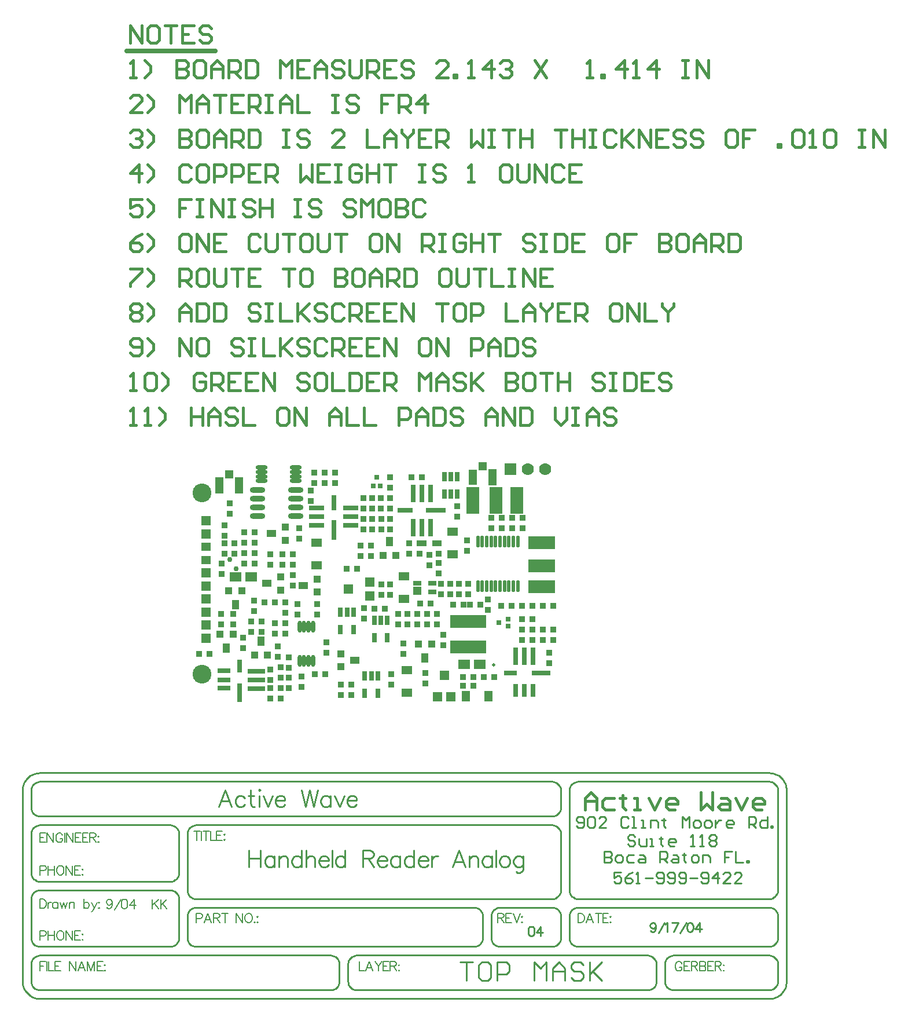
<source format=gts>
%FSLAX24Y24*%
%MOIN*%
G70*
G01*
G75*
%ADD10C,0.0080*%
%ADD11R,0.0300X0.0300*%
%ADD12R,0.0800X0.0236*%
%ADD13R,0.0236X0.1100*%
%ADD14R,0.0236X0.0800*%
%ADD15R,0.0236X0.0700*%
%ADD16R,0.0236X0.1000*%
%ADD17R,0.0945X0.0236*%
%ADD18R,0.0700X0.0236*%
%ADD19R,0.0650X0.0236*%
%ADD20R,0.0200X0.0500*%
%ADD21R,0.0472X0.0472*%
%ADD22O,0.0600X0.0160*%
%ADD23O,0.0160X0.0600*%
%ADD24O,0.0800X0.0240*%
%ADD25R,0.0360X0.0360*%
%ADD26R,0.0200X0.0300*%
%ADD27R,0.0360X0.0500*%
%ADD28R,0.1000X0.0236*%
%ADD29R,0.0236X0.0945*%
%ADD30R,0.1500X0.0700*%
%ADD31R,0.0394X0.0413*%
%ADD32R,0.0413X0.0866*%
%ADD33R,0.0413X0.0800*%
%ADD34R,0.0400X0.0550*%
%ADD35O,0.0140X0.0600*%
%ADD36R,0.0600X0.0500*%
%ADD37R,0.2000X0.0700*%
%ADD38R,0.0500X0.0360*%
%ADD39R,0.0236X0.0236*%
%ADD40R,0.0550X0.0400*%
%ADD41C,0.0120*%
%ADD42R,0.0394X0.0394*%
%ADD43R,0.0394X0.0197*%
%ADD44R,0.0700X0.1500*%
%ADD45R,0.1100X0.0236*%
%ADD46R,0.0500X0.0500*%
%ADD47R,0.0500X0.0400*%
%ADD48C,0.0140*%
%ADD49C,0.0120*%
%ADD50C,0.0200*%
%ADD51C,0.0300*%
%ADD52C,0.0100*%
%ADD53C,0.0060*%
%ADD54C,0.0090*%
%ADD55C,0.0050*%
%ADD56C,0.0150*%
%ADD57C,0.0250*%
%ADD58C,0.0620*%
%ADD59R,0.0620X0.0620*%
%ADD60C,0.1000*%
%ADD61C,0.0400*%
%ADD62C,0.0220*%
%ADD63C,0.0030*%
%ADD64R,0.0380X0.0380*%
%ADD65R,0.0880X0.0316*%
%ADD66R,0.0316X0.1180*%
%ADD67R,0.0316X0.0880*%
%ADD68R,0.0316X0.0780*%
%ADD69R,0.0316X0.1080*%
%ADD70R,0.1025X0.0316*%
%ADD71R,0.0780X0.0316*%
%ADD72R,0.0730X0.0316*%
%ADD73R,0.0280X0.0580*%
%ADD74R,0.0552X0.0552*%
%ADD75O,0.0680X0.0240*%
%ADD76O,0.0240X0.0680*%
%ADD77O,0.0880X0.0320*%
%ADD78R,0.0440X0.0440*%
%ADD79R,0.0280X0.0380*%
%ADD80R,0.0440X0.0580*%
%ADD81R,0.1080X0.0316*%
%ADD82R,0.0316X0.1025*%
%ADD83R,0.1580X0.0780*%
%ADD84R,0.0474X0.0493*%
%ADD85R,0.0493X0.0946*%
%ADD86R,0.0493X0.0880*%
%ADD87R,0.0480X0.0630*%
%ADD88O,0.0220X0.0680*%
%ADD89R,0.0680X0.0580*%
%ADD90R,0.2080X0.0780*%
%ADD91R,0.0580X0.0440*%
%ADD92R,0.0316X0.0316*%
%ADD93R,0.0630X0.0480*%
%ADD94C,0.0200*%
%ADD95R,0.0474X0.0474*%
%ADD96R,0.0474X0.0277*%
%ADD97R,0.0780X0.1580*%
%ADD98R,0.1180X0.0316*%
%ADD99R,0.0580X0.0580*%
%ADD100R,0.0580X0.0480*%
%ADD101C,0.0700*%
%ADD102R,0.0700X0.0700*%
%ADD103C,0.1080*%
%ADD104C,0.0480*%
%ADD105C,0.0300*%
D10*
X79191Y52957D02*
X79165Y52881D01*
X79114Y52830D01*
X79038Y52805D01*
X79013D01*
X78937Y52830D01*
X78886Y52881D01*
X78860Y52957D01*
Y52983D01*
X78886Y53059D01*
X78937Y53110D01*
X79013Y53135D01*
X79038D01*
X79114Y53110D01*
X79165Y53059D01*
X79191Y52957D01*
Y52830D01*
X79165Y52704D01*
X79114Y52627D01*
X79038Y52602D01*
X78987D01*
X78911Y52627D01*
X78886Y52678D01*
X79335Y52526D02*
X79691Y53135D01*
X79879D02*
X79803Y53110D01*
X79752Y53034D01*
X79726Y52907D01*
Y52830D01*
X79752Y52704D01*
X79803Y52627D01*
X79879Y52602D01*
X79929D01*
X80006Y52627D01*
X80056Y52704D01*
X80082Y52830D01*
Y52907D01*
X80056Y53034D01*
X80006Y53110D01*
X79929Y53135D01*
X79879D01*
X80455D02*
X80201Y52780D01*
X80582D01*
X80455Y53135D02*
Y52602D01*
X81514Y53135D02*
Y52602D01*
X81869Y53135D02*
X81514Y52780D01*
X81641Y52907D02*
X81869Y52602D01*
X81989Y53135D02*
Y52602D01*
X82344Y53135D02*
X81989Y52780D01*
X82116Y52907D02*
X82344Y52602D01*
D52*
X99242Y49521D02*
X99953D01*
X99597D01*
Y48454D01*
X100841Y49521D02*
X100486D01*
X100308Y49343D01*
Y48632D01*
X100486Y48454D01*
X100841D01*
X101019Y48632D01*
Y49343D01*
X100841Y49521D01*
X101374Y48454D02*
Y49521D01*
X101907D01*
X102085Y49343D01*
Y48987D01*
X101907Y48810D01*
X101374D01*
X103507Y48454D02*
Y49521D01*
X103862Y49165D01*
X104218Y49521D01*
Y48454D01*
X104573D02*
Y49165D01*
X104929Y49521D01*
X105284Y49165D01*
Y48454D01*
Y48987D01*
X104573D01*
X106350Y49343D02*
X106173Y49521D01*
X105817D01*
X105640Y49343D01*
Y49165D01*
X105817Y48987D01*
X106173D01*
X106350Y48810D01*
Y48632D01*
X106173Y48454D01*
X105817D01*
X105640Y48632D01*
X106706Y49521D02*
Y48454D01*
Y48810D01*
X107417Y49521D01*
X106884Y48987D01*
X107417Y48454D01*
X117531Y52173D02*
X117521Y52268D01*
X117494Y52360D01*
X117448Y52445D01*
X117387Y52519D01*
X117313Y52580D01*
X117228Y52625D01*
X117136Y52653D01*
X117041Y52663D01*
X106031D02*
X105933Y52653D01*
X105839Y52624D01*
X105753Y52578D01*
X105677Y52516D01*
X105615Y52440D01*
X105569Y52354D01*
X105540Y52260D01*
X105531Y52163D01*
X117031Y53163D02*
X117128Y53172D01*
X117222Y53201D01*
X117309Y53247D01*
X117384Y53309D01*
X117447Y53385D01*
X117493Y53471D01*
X117521Y53565D01*
X117531Y53663D01*
X105531D02*
X105540Y53565D01*
X105569Y53471D01*
X105615Y53385D01*
X105677Y53309D01*
X105753Y53247D01*
X105839Y53201D01*
X105933Y53172D01*
X106031Y53163D01*
X75031Y60413D02*
X74933Y60408D01*
X74836Y60393D01*
X74741Y60369D01*
X74648Y60336D01*
X74559Y60294D01*
X74475Y60244D01*
X74396Y60186D01*
X74324Y60120D01*
X74258Y60047D01*
X74199Y59968D01*
X74149Y59884D01*
X74107Y59795D01*
X74074Y59703D01*
X74050Y59608D01*
X74036Y59511D01*
X74031Y59413D01*
Y48423D02*
X74036Y48325D01*
X74050Y48228D01*
X74073Y48132D01*
X74106Y48040D01*
X74148Y47951D01*
X74197Y47867D01*
X74255Y47788D01*
X74320Y47715D01*
X74392Y47648D01*
X74471Y47589D01*
X74554Y47538D01*
X74642Y47495D01*
X74734Y47460D01*
X74829Y47435D01*
X74925Y47419D01*
X75023Y47413D01*
X117031Y47413D02*
X117129Y47417D01*
X117226Y47432D01*
X117321Y47456D01*
X117414Y47489D01*
X117502Y47531D01*
X117586Y47581D01*
X117665Y47639D01*
X117738Y47705D01*
X117804Y47778D01*
X117862Y47857D01*
X117913Y47941D01*
X117955Y48030D01*
X117988Y48122D01*
X118012Y48217D01*
X118026Y48314D01*
X118031Y48413D01*
Y59413D02*
X118026Y59511D01*
X118012Y59608D01*
X117988Y59703D01*
X117955Y59795D01*
X117913Y59884D01*
X117862Y59968D01*
X117804Y60047D01*
X117738Y60120D01*
X117665Y60186D01*
X117586Y60244D01*
X117502Y60294D01*
X117414Y60336D01*
X117321Y60369D01*
X117226Y60393D01*
X117129Y60408D01*
X117031Y60413D01*
X117531Y59423D02*
X117521Y59520D01*
X117492Y59614D01*
X117445Y59700D01*
X117381Y59775D01*
X117304Y59836D01*
X117216Y59880D01*
X117122Y59906D01*
X117024Y59912D01*
X117031Y50413D02*
X117128Y50422D01*
X117222Y50451D01*
X117309Y50497D01*
X117384Y50559D01*
X117447Y50635D01*
X117493Y50721D01*
X117521Y50815D01*
X117531Y50913D01*
X117531Y49421D02*
X117520Y49518D01*
X117490Y49610D01*
X117444Y49695D01*
X117381Y49769D01*
X117306Y49830D01*
X117220Y49875D01*
X117127Y49903D01*
X117031Y49913D01*
Y47913D02*
X117128Y47922D01*
X117222Y47951D01*
X117309Y47997D01*
X117384Y48059D01*
X117447Y48135D01*
X117493Y48221D01*
X117521Y48315D01*
X117531Y48413D01*
X104531Y50413D02*
X104628Y50422D01*
X104722Y50451D01*
X104809Y50497D01*
X104884Y50559D01*
X104947Y50635D01*
X104993Y50721D01*
X105021Y50815D01*
X105031Y50913D01*
X105531Y50903D02*
X105540Y50806D01*
X105569Y50713D01*
X105615Y50628D01*
X105677Y50553D01*
X105753Y50492D01*
X105839Y50447D01*
X105933Y50421D01*
X106029Y50413D01*
X105031Y52173D02*
X105021Y52268D01*
X104994Y52360D01*
X104948Y52445D01*
X104887Y52519D01*
X104813Y52580D01*
X104728Y52625D01*
X104636Y52653D01*
X104541Y52663D01*
X74531Y48413D02*
X74540Y48316D01*
X74568Y48223D01*
X74613Y48137D01*
X74674Y48062D01*
X74749Y48000D01*
X74833Y47953D01*
X74926Y47924D01*
X75022Y47913D01*
X104540Y53162D02*
X104636Y53174D01*
X104728Y53203D01*
X104813Y53250D01*
X104888Y53312D01*
X104948Y53387D01*
X104994Y53473D01*
X105022Y53566D01*
X105031Y53663D01*
X75031Y49913D02*
X74933Y49903D01*
X74839Y49874D01*
X74753Y49828D01*
X74677Y49766D01*
X74615Y49690D01*
X74569Y49604D01*
X74540Y49510D01*
X74531Y49413D01*
X105031Y56913D02*
X105021Y57010D01*
X104993Y57104D01*
X104947Y57190D01*
X104884Y57266D01*
X104809Y57328D01*
X104722Y57374D01*
X104628Y57403D01*
X104531Y57413D01*
Y57913D02*
X104628Y57922D01*
X104722Y57951D01*
X104809Y57997D01*
X104884Y58059D01*
X104947Y58135D01*
X104993Y58221D01*
X105021Y58315D01*
X105031Y58413D01*
X106031Y59913D02*
X105933Y59903D01*
X105839Y59874D01*
X105753Y59828D01*
X105677Y59766D01*
X105615Y59690D01*
X105569Y59604D01*
X105540Y59510D01*
X105531Y59413D01*
X105031D02*
X105021Y59510D01*
X104993Y59604D01*
X104947Y59690D01*
X104884Y59766D01*
X104809Y59828D01*
X104722Y59874D01*
X104628Y59903D01*
X104531Y59913D01*
X75031D02*
X74933Y59903D01*
X74839Y59874D01*
X74753Y59828D01*
X74677Y59766D01*
X74615Y59690D01*
X74569Y59604D01*
X74540Y59510D01*
X74531Y59413D01*
Y58413D02*
X74540Y58315D01*
X74569Y58221D01*
X74615Y58135D01*
X74677Y58059D01*
X74753Y57997D01*
X74839Y57951D01*
X74933Y57922D01*
X75031Y57913D01*
Y57413D02*
X74933Y57403D01*
X74839Y57374D01*
X74753Y57328D01*
X74677Y57266D01*
X74615Y57190D01*
X74569Y57104D01*
X74540Y57010D01*
X74531Y56913D01*
Y54663D02*
X74540Y54565D01*
X74569Y54471D01*
X74615Y54385D01*
X74677Y54309D01*
X74753Y54247D01*
X74839Y54201D01*
X74933Y54172D01*
X75031Y54163D01*
Y53663D02*
X74933Y53653D01*
X74839Y53624D01*
X74753Y53578D01*
X74677Y53516D01*
X74615Y53440D01*
X74569Y53354D01*
X74540Y53260D01*
X74531Y53163D01*
Y50913D02*
X74540Y50816D01*
X74568Y50723D01*
X74613Y50637D01*
X74674Y50562D01*
X74749Y50500D01*
X74833Y50453D01*
X74926Y50424D01*
X75022Y50413D01*
X84031Y57413D02*
X83933Y57403D01*
X83839Y57374D01*
X83753Y57328D01*
X83677Y57266D01*
X83615Y57190D01*
X83569Y57104D01*
X83540Y57010D01*
X83531Y56913D01*
X84031Y52663D02*
X83933Y52653D01*
X83839Y52624D01*
X83753Y52578D01*
X83677Y52516D01*
X83615Y52440D01*
X83569Y52354D01*
X83540Y52260D01*
X83531Y52163D01*
X101511Y52663D02*
X101414Y52653D01*
X101321Y52624D01*
X101236Y52576D01*
X101163Y52513D01*
X101103Y52436D01*
X101060Y52349D01*
X101036Y52254D01*
X101031Y52157D01*
X101031Y50923D02*
X101040Y50824D01*
X101069Y50729D01*
X101115Y50642D01*
X101177Y50565D01*
X101253Y50502D01*
X101340Y50454D01*
X101434Y50424D01*
X101532Y50413D01*
X100041Y50413D02*
X100137Y50422D01*
X100230Y50451D01*
X100316Y50497D01*
X100390Y50559D01*
X100451Y50635D01*
X100496Y50721D01*
X100523Y50814D01*
X100531Y50911D01*
X100531Y52173D02*
X100521Y52268D01*
X100494Y52360D01*
X100448Y52445D01*
X100387Y52519D01*
X100313Y52580D01*
X100228Y52625D01*
X100136Y52653D01*
X100041Y52663D01*
X82541Y50413D02*
X82636Y50422D01*
X82728Y50450D01*
X82813Y50495D01*
X82887Y50556D01*
X82948Y50630D01*
X82994Y50715D01*
X83021Y50807D01*
X83031Y50903D01*
X83531D02*
X83540Y50807D01*
X83568Y50715D01*
X83613Y50630D01*
X83674Y50556D01*
X83749Y50495D01*
X83833Y50450D01*
X83925Y50422D01*
X84021Y50413D01*
X83531Y53653D02*
X83540Y53557D01*
X83568Y53465D01*
X83613Y53380D01*
X83674Y53306D01*
X83749Y53245D01*
X83833Y53200D01*
X83925Y53172D01*
X84021Y53163D01*
X83031Y53173D02*
X83021Y53270D01*
X82992Y53364D01*
X82945Y53450D01*
X82881Y53525D01*
X82804Y53586D01*
X82716Y53630D01*
X82622Y53656D01*
X82524Y53662D01*
X82551Y54163D02*
X82644Y54172D01*
X82735Y54199D01*
X82817Y54243D01*
X82890Y54303D01*
X82950Y54376D01*
X82994Y54459D01*
X83022Y54549D01*
X83031Y54643D01*
Y56923D02*
X83021Y57018D01*
X82994Y57110D01*
X82948Y57195D01*
X82887Y57269D01*
X82813Y57330D01*
X82728Y57375D01*
X82636Y57403D01*
X82541Y57413D01*
X111531Y49913D02*
X111433Y49903D01*
X111339Y49874D01*
X111253Y49828D01*
X111177Y49766D01*
X111115Y49690D01*
X111069Y49604D01*
X111040Y49510D01*
X111031Y49413D01*
Y48403D02*
X111040Y48306D01*
X111069Y48213D01*
X111115Y48128D01*
X111177Y48053D01*
X111253Y47992D01*
X111339Y47947D01*
X111433Y47921D01*
X111529Y47913D01*
X110042Y47912D02*
X110139Y47921D01*
X110233Y47948D01*
X110318Y47994D01*
X110393Y48056D01*
X110454Y48132D01*
X110498Y48218D01*
X110524Y48312D01*
X110531Y48409D01*
X110531Y49413D02*
X110521Y49510D01*
X110493Y49604D01*
X110447Y49690D01*
X110384Y49766D01*
X110309Y49828D01*
X110222Y49874D01*
X110128Y49903D01*
X110031Y49913D01*
X92781Y48413D02*
X92790Y48316D01*
X92818Y48223D01*
X92863Y48137D01*
X92924Y48062D01*
X92999Y48000D01*
X93083Y47953D01*
X93176Y47924D01*
X93272Y47913D01*
X93281Y49913D02*
X93183Y49903D01*
X93089Y49874D01*
X93003Y49828D01*
X92927Y49766D01*
X92865Y49690D01*
X92819Y49604D01*
X92790Y49510D01*
X92781Y49413D01*
X91792Y47912D02*
X91889Y47921D01*
X91983Y47948D01*
X92068Y47994D01*
X92143Y48056D01*
X92204Y48132D01*
X92248Y48218D01*
X92274Y48312D01*
X92281Y48409D01*
X92281Y49413D02*
X92271Y49510D01*
X92243Y49604D01*
X92197Y49690D01*
X92134Y49766D01*
X92059Y49828D01*
X91972Y49874D01*
X91878Y49903D01*
X91781Y49913D01*
X117531Y50913D02*
Y52173D01*
X105531Y50913D02*
Y52163D01*
X117531Y53663D02*
Y59413D01*
X105531Y53663D02*
Y59413D01*
X74031Y48413D02*
Y59413D01*
X74531Y48413D02*
Y49413D01*
X117531Y48413D02*
Y49413D01*
X105031Y50913D02*
Y52163D01*
X101031Y50913D02*
Y52163D01*
X83531Y50913D02*
Y52163D01*
X100531Y50913D02*
Y52163D01*
X83531Y53663D02*
Y56913D01*
X105031Y53663D02*
Y56913D01*
Y58413D02*
Y59413D01*
X74531Y58413D02*
Y59413D01*
X83031Y54663D02*
Y56913D01*
X74531Y54663D02*
Y56913D01*
X83031Y50913D02*
Y53163D01*
X74531Y50913D02*
Y53163D01*
X118031Y48413D02*
Y59413D01*
X111031Y48413D02*
Y49413D01*
X110531Y48413D02*
Y49413D01*
X92781Y48413D02*
Y49413D01*
X92281Y48413D02*
Y49413D01*
X106031Y52663D02*
X117031D01*
X106031Y53163D02*
X117031D01*
X84031D02*
X104531D01*
X106031Y59913D02*
X117031D01*
X106031Y50413D02*
X117031D01*
X101531Y52663D02*
X104531D01*
X101531Y50413D02*
X104531D01*
X84031D02*
X100031D01*
X84031Y52663D02*
X100031D01*
X84031Y57413D02*
X104531D01*
X75031Y57913D02*
X104531D01*
X75031Y57413D02*
X82531D01*
X75031Y54163D02*
X82531D01*
X75031Y53663D02*
X82531D01*
X75031Y50413D02*
X82531D01*
X75031Y60413D02*
X117031D01*
X75031Y47413D02*
X117031D01*
X75031Y59913D02*
X104531D01*
X111531Y49913D02*
X117031D01*
X111531Y47913D02*
X117031D01*
X93281Y49913D02*
X110031D01*
X75031D02*
X91781D01*
X75031Y47913D02*
X91781D01*
X93281D02*
X110031D01*
X107542Y55894D02*
Y55254D01*
X107862D01*
X107968Y55361D01*
Y55468D01*
X107862Y55574D01*
X107542D01*
X107862D01*
X107968Y55681D01*
Y55787D01*
X107862Y55894D01*
X107542D01*
X108288Y55254D02*
X108501D01*
X108608Y55361D01*
Y55574D01*
X108501Y55681D01*
X108288D01*
X108181Y55574D01*
Y55361D01*
X108288Y55254D01*
X109248Y55681D02*
X108928D01*
X108821Y55574D01*
Y55361D01*
X108928Y55254D01*
X109248D01*
X109568Y55681D02*
X109781D01*
X109888Y55574D01*
Y55254D01*
X109568D01*
X109461Y55361D01*
X109568Y55468D01*
X109888D01*
X110741Y55254D02*
Y55894D01*
X111060D01*
X111167Y55787D01*
Y55574D01*
X111060Y55468D01*
X110741D01*
X110954D02*
X111167Y55254D01*
X111487Y55681D02*
X111700D01*
X111807Y55574D01*
Y55254D01*
X111487D01*
X111380Y55361D01*
X111487Y55468D01*
X111807D01*
X112127Y55787D02*
Y55681D01*
X112020D01*
X112233D01*
X112127D01*
Y55361D01*
X112233Y55254D01*
X112660D02*
X112873D01*
X112980Y55361D01*
Y55574D01*
X112873Y55681D01*
X112660D01*
X112553Y55574D01*
Y55361D01*
X112660Y55254D01*
X113193D02*
Y55681D01*
X113513D01*
X113620Y55574D01*
Y55254D01*
X114899Y55894D02*
X114473D01*
Y55574D01*
X114686D01*
X114473D01*
Y55254D01*
X115113Y55894D02*
Y55254D01*
X115539D01*
X115752D02*
Y55361D01*
X115859D01*
Y55254D01*
X115752D01*
X105942Y57361D02*
X106048Y57254D01*
X106262D01*
X106368Y57361D01*
Y57787D01*
X106262Y57894D01*
X106048D01*
X105942Y57787D01*
Y57681D01*
X106048Y57574D01*
X106368D01*
X106581Y57787D02*
X106688Y57894D01*
X106901D01*
X107008Y57787D01*
Y57361D01*
X106901Y57254D01*
X106688D01*
X106581Y57361D01*
Y57787D01*
X107648Y57254D02*
X107221D01*
X107648Y57681D01*
Y57787D01*
X107541Y57894D01*
X107328D01*
X107221Y57787D01*
X108927D02*
X108821Y57894D01*
X108607D01*
X108501Y57787D01*
Y57361D01*
X108607Y57254D01*
X108821D01*
X108927Y57361D01*
X109141Y57254D02*
X109354D01*
X109247D01*
Y57894D01*
X109141D01*
X109674Y57254D02*
X109887D01*
X109780D01*
Y57681D01*
X109674D01*
X110207Y57254D02*
Y57681D01*
X110527D01*
X110633Y57574D01*
Y57254D01*
X110953Y57787D02*
Y57681D01*
X110847D01*
X111060D01*
X110953D01*
Y57361D01*
X111060Y57254D01*
X112020D02*
Y57894D01*
X112233Y57681D01*
X112446Y57894D01*
Y57254D01*
X112766D02*
X112979D01*
X113086Y57361D01*
Y57574D01*
X112979Y57681D01*
X112766D01*
X112659Y57574D01*
Y57361D01*
X112766Y57254D01*
X113406D02*
X113619D01*
X113726Y57361D01*
Y57574D01*
X113619Y57681D01*
X113406D01*
X113299Y57574D01*
Y57361D01*
X113406Y57254D01*
X113939Y57681D02*
Y57254D01*
Y57468D01*
X114046Y57574D01*
X114152Y57681D01*
X114259D01*
X114899Y57254D02*
X114685D01*
X114579Y57361D01*
Y57574D01*
X114685Y57681D01*
X114899D01*
X115005Y57574D01*
Y57468D01*
X114579D01*
X115858Y57254D02*
Y57894D01*
X116178D01*
X116285Y57787D01*
Y57574D01*
X116178Y57468D01*
X115858D01*
X116072D02*
X116285Y57254D01*
X116925Y57894D02*
Y57254D01*
X116605D01*
X116498Y57361D01*
Y57574D01*
X116605Y57681D01*
X116925D01*
X117138Y57254D02*
Y57361D01*
X117245D01*
Y57254D01*
X117138D01*
X108518Y54694D02*
X108092D01*
Y54374D01*
X108305Y54481D01*
X108412D01*
X108518Y54374D01*
Y54161D01*
X108412Y54054D01*
X108198D01*
X108092Y54161D01*
X109158Y54694D02*
X108945Y54587D01*
X108731Y54374D01*
Y54161D01*
X108838Y54054D01*
X109051D01*
X109158Y54161D01*
Y54268D01*
X109051Y54374D01*
X108731D01*
X109371Y54054D02*
X109584D01*
X109478D01*
Y54694D01*
X109371Y54587D01*
X109904Y54374D02*
X110331D01*
X110544Y54161D02*
X110651Y54054D01*
X110864D01*
X110971Y54161D01*
Y54587D01*
X110864Y54694D01*
X110651D01*
X110544Y54587D01*
Y54481D01*
X110651Y54374D01*
X110971D01*
X111184Y54161D02*
X111291Y54054D01*
X111504D01*
X111610Y54161D01*
Y54587D01*
X111504Y54694D01*
X111291D01*
X111184Y54587D01*
Y54481D01*
X111291Y54374D01*
X111610D01*
X111824Y54161D02*
X111930Y54054D01*
X112144D01*
X112250Y54161D01*
Y54587D01*
X112144Y54694D01*
X111930D01*
X111824Y54587D01*
Y54481D01*
X111930Y54374D01*
X112250D01*
X112464D02*
X112890D01*
X113103Y54161D02*
X113210Y54054D01*
X113423D01*
X113530Y54161D01*
Y54587D01*
X113423Y54694D01*
X113210D01*
X113103Y54587D01*
Y54481D01*
X113210Y54374D01*
X113530D01*
X114063Y54054D02*
Y54694D01*
X113743Y54374D01*
X114170D01*
X114809Y54054D02*
X114383D01*
X114809Y54481D01*
Y54587D01*
X114703Y54694D01*
X114490D01*
X114383Y54587D01*
X115449Y54054D02*
X115023D01*
X115449Y54481D01*
Y54587D01*
X115343Y54694D01*
X115129D01*
X115023Y54587D01*
X109318Y56737D02*
X109212Y56844D01*
X108998D01*
X108892Y56737D01*
Y56631D01*
X108998Y56524D01*
X109212D01*
X109318Y56418D01*
Y56311D01*
X109212Y56204D01*
X108998D01*
X108892Y56311D01*
X109531Y56631D02*
Y56311D01*
X109638Y56204D01*
X109958D01*
Y56631D01*
X110171Y56204D02*
X110384D01*
X110278D01*
Y56631D01*
X110171D01*
X110811Y56737D02*
Y56631D01*
X110704D01*
X110918D01*
X110811D01*
Y56311D01*
X110918Y56204D01*
X111557D02*
X111344D01*
X111238Y56311D01*
Y56524D01*
X111344Y56631D01*
X111557D01*
X111664Y56524D01*
Y56418D01*
X111238D01*
X112517Y56204D02*
X112730D01*
X112624D01*
Y56844D01*
X112517Y56737D01*
X113050Y56204D02*
X113264D01*
X113157D01*
Y56844D01*
X113050Y56737D01*
X113583D02*
X113690Y56844D01*
X113903D01*
X114010Y56737D01*
Y56631D01*
X113903Y56524D01*
X114010Y56418D01*
Y56311D01*
X113903Y56204D01*
X113690D01*
X113583Y56311D01*
Y56418D01*
X113690Y56524D01*
X113583Y56631D01*
Y56737D01*
X113690Y56524D02*
X113903D01*
D54*
X103308Y51571D02*
X103232Y51545D01*
X103181Y51469D01*
X103156Y51342D01*
Y51266D01*
X103181Y51139D01*
X103232Y51063D01*
X103308Y51038D01*
X103359D01*
X103435Y51063D01*
X103486Y51139D01*
X103511Y51266D01*
Y51342D01*
X103486Y51469D01*
X103435Y51545D01*
X103359Y51571D01*
X103308D01*
X103885D02*
X103631Y51215D01*
X104012D01*
X103885Y51571D02*
Y51038D01*
X87085Y55947D02*
Y54987D01*
X87725Y55947D02*
Y54987D01*
X87085Y55490D02*
X87725D01*
X88538Y55627D02*
Y54987D01*
Y55490D02*
X88447Y55581D01*
X88355Y55627D01*
X88218D01*
X88127Y55581D01*
X88036Y55490D01*
X87990Y55353D01*
Y55261D01*
X88036Y55124D01*
X88127Y55033D01*
X88218Y54987D01*
X88355D01*
X88447Y55033D01*
X88538Y55124D01*
X88794Y55627D02*
Y54987D01*
Y55444D02*
X88931Y55581D01*
X89023Y55627D01*
X89160D01*
X89251Y55581D01*
X89297Y55444D01*
Y54987D01*
X90097Y55947D02*
Y54987D01*
Y55490D02*
X90005Y55581D01*
X89914Y55627D01*
X89777D01*
X89685Y55581D01*
X89594Y55490D01*
X89548Y55353D01*
Y55261D01*
X89594Y55124D01*
X89685Y55033D01*
X89777Y54987D01*
X89914D01*
X90005Y55033D01*
X90097Y55124D01*
X90353Y55947D02*
Y54987D01*
Y55444D02*
X90490Y55581D01*
X90581Y55627D01*
X90718D01*
X90810Y55581D01*
X90856Y55444D01*
Y54987D01*
X91107Y55353D02*
X91655D01*
Y55444D01*
X91610Y55535D01*
X91564Y55581D01*
X91473Y55627D01*
X91335D01*
X91244Y55581D01*
X91153Y55490D01*
X91107Y55353D01*
Y55261D01*
X91153Y55124D01*
X91244Y55033D01*
X91335Y54987D01*
X91473D01*
X91564Y55033D01*
X91655Y55124D01*
X91861Y55947D02*
Y54987D01*
X92611Y55947D02*
Y54987D01*
Y55490D02*
X92519Y55581D01*
X92428Y55627D01*
X92291D01*
X92199Y55581D01*
X92108Y55490D01*
X92062Y55353D01*
Y55261D01*
X92108Y55124D01*
X92199Y55033D01*
X92291Y54987D01*
X92428D01*
X92519Y55033D01*
X92611Y55124D01*
X93621Y55947D02*
Y54987D01*
Y55947D02*
X94032D01*
X94169Y55901D01*
X94215Y55855D01*
X94261Y55764D01*
Y55672D01*
X94215Y55581D01*
X94169Y55535D01*
X94032Y55490D01*
X93621D01*
X93941D02*
X94261Y54987D01*
X94475Y55353D02*
X95024D01*
Y55444D01*
X94978Y55535D01*
X94932Y55581D01*
X94841Y55627D01*
X94704D01*
X94612Y55581D01*
X94521Y55490D01*
X94475Y55353D01*
Y55261D01*
X94521Y55124D01*
X94612Y55033D01*
X94704Y54987D01*
X94841D01*
X94932Y55033D01*
X95024Y55124D01*
X95778Y55627D02*
Y54987D01*
Y55490D02*
X95686Y55581D01*
X95595Y55627D01*
X95458D01*
X95367Y55581D01*
X95275Y55490D01*
X95229Y55353D01*
Y55261D01*
X95275Y55124D01*
X95367Y55033D01*
X95458Y54987D01*
X95595D01*
X95686Y55033D01*
X95778Y55124D01*
X96582Y55947D02*
Y54987D01*
Y55490D02*
X96491Y55581D01*
X96399Y55627D01*
X96262D01*
X96171Y55581D01*
X96080Y55490D01*
X96034Y55353D01*
Y55261D01*
X96080Y55124D01*
X96171Y55033D01*
X96262Y54987D01*
X96399D01*
X96491Y55033D01*
X96582Y55124D01*
X96838Y55353D02*
X97387D01*
Y55444D01*
X97341Y55535D01*
X97295Y55581D01*
X97204Y55627D01*
X97067D01*
X96975Y55581D01*
X96884Y55490D01*
X96838Y55353D01*
Y55261D01*
X96884Y55124D01*
X96975Y55033D01*
X97067Y54987D01*
X97204D01*
X97295Y55033D01*
X97387Y55124D01*
X97592Y55627D02*
Y54987D01*
Y55353D02*
X97638Y55490D01*
X97729Y55581D01*
X97821Y55627D01*
X97958D01*
X99530Y54987D02*
X99165Y55947D01*
X98799Y54987D01*
X98936Y55307D02*
X99393D01*
X99754Y55627D02*
Y54987D01*
Y55444D02*
X99891Y55581D01*
X99983Y55627D01*
X100120D01*
X100211Y55581D01*
X100257Y55444D01*
Y54987D01*
X101057Y55627D02*
Y54987D01*
Y55490D02*
X100965Y55581D01*
X100874Y55627D01*
X100737D01*
X100645Y55581D01*
X100554Y55490D01*
X100508Y55353D01*
Y55261D01*
X100554Y55124D01*
X100645Y55033D01*
X100737Y54987D01*
X100874D01*
X100965Y55033D01*
X101057Y55124D01*
X101313Y55947D02*
Y54987D01*
X101742Y55627D02*
X101651Y55581D01*
X101560Y55490D01*
X101514Y55353D01*
Y55261D01*
X101560Y55124D01*
X101651Y55033D01*
X101742Y54987D01*
X101879D01*
X101971Y55033D01*
X102062Y55124D01*
X102108Y55261D01*
Y55353D01*
X102062Y55490D01*
X101971Y55581D01*
X101879Y55627D01*
X101742D01*
X102867D02*
Y54895D01*
X102821Y54758D01*
X102775Y54713D01*
X102684Y54667D01*
X102547D01*
X102455Y54713D01*
X102867Y55490D02*
X102775Y55581D01*
X102684Y55627D01*
X102547D01*
X102455Y55581D01*
X102364Y55490D01*
X102318Y55353D01*
Y55261D01*
X102364Y55124D01*
X102455Y55033D01*
X102547Y54987D01*
X102684D01*
X102775Y55033D01*
X102867Y55124D01*
X86062Y58463D02*
X85696Y59422D01*
X85331Y58463D01*
X85468Y58782D02*
X85925D01*
X86834Y58965D02*
X86743Y59057D01*
X86652Y59102D01*
X86515D01*
X86423Y59057D01*
X86332Y58965D01*
X86286Y58828D01*
Y58737D01*
X86332Y58600D01*
X86423Y58508D01*
X86515Y58463D01*
X86652D01*
X86743Y58508D01*
X86834Y58600D01*
X87177Y59422D02*
Y58645D01*
X87223Y58508D01*
X87314Y58463D01*
X87406D01*
X87040Y59102D02*
X87360D01*
X87634Y59422D02*
X87680Y59377D01*
X87726Y59422D01*
X87680Y59468D01*
X87634Y59422D01*
X87680Y59102D02*
Y58463D01*
X87895Y59102D02*
X88169Y58463D01*
X88443Y59102D02*
X88169Y58463D01*
X88599Y58828D02*
X89147D01*
Y58920D01*
X89101Y59011D01*
X89056Y59057D01*
X88964Y59102D01*
X88827D01*
X88736Y59057D01*
X88644Y58965D01*
X88599Y58828D01*
Y58737D01*
X88644Y58600D01*
X88736Y58508D01*
X88827Y58463D01*
X88964D01*
X89056Y58508D01*
X89147Y58600D01*
X90107Y59422D02*
X90335Y58463D01*
X90564Y59422D02*
X90335Y58463D01*
X90564Y59422D02*
X90793Y58463D01*
X91021Y59422D02*
X90793Y58463D01*
X91761Y59102D02*
Y58463D01*
Y58965D02*
X91670Y59057D01*
X91579Y59102D01*
X91442D01*
X91350Y59057D01*
X91259Y58965D01*
X91213Y58828D01*
Y58737D01*
X91259Y58600D01*
X91350Y58508D01*
X91442Y58463D01*
X91579D01*
X91670Y58508D01*
X91761Y58600D01*
X92017Y59102D02*
X92292Y58463D01*
X92566Y59102D02*
X92292Y58463D01*
X92721Y58828D02*
X93270D01*
Y58920D01*
X93224Y59011D01*
X93178Y59057D01*
X93087Y59102D01*
X92950D01*
X92858Y59057D01*
X92767Y58965D01*
X92721Y58828D01*
Y58737D01*
X92767Y58600D01*
X92858Y58508D01*
X92950Y58463D01*
X93087D01*
X93178Y58508D01*
X93270Y58600D01*
X110509Y51613D02*
X110483Y51537D01*
X110432Y51486D01*
X110356Y51461D01*
X110331D01*
X110255Y51486D01*
X110204Y51537D01*
X110179Y51613D01*
Y51639D01*
X110204Y51715D01*
X110255Y51766D01*
X110331Y51791D01*
X110356D01*
X110432Y51766D01*
X110483Y51715D01*
X110509Y51613D01*
Y51486D01*
X110483Y51359D01*
X110432Y51283D01*
X110356Y51258D01*
X110305D01*
X110229Y51283D01*
X110204Y51334D01*
X110653Y51182D02*
X111009Y51791D01*
X111044Y51690D02*
X111095Y51715D01*
X111171Y51791D01*
Y51258D01*
X111791Y51791D02*
X111537Y51258D01*
X111435Y51791D02*
X111791D01*
X111910Y51182D02*
X112266Y51791D01*
X112454D02*
X112377Y51766D01*
X112327Y51690D01*
X112301Y51563D01*
Y51486D01*
X112327Y51359D01*
X112377Y51283D01*
X112454Y51258D01*
X112504D01*
X112581Y51283D01*
X112631Y51359D01*
X112657Y51486D01*
Y51563D01*
X112631Y51690D01*
X112581Y51766D01*
X112504Y51791D01*
X112454D01*
X113030D02*
X112776Y51436D01*
X113157D01*
X113030Y51791D02*
Y51258D01*
D55*
X106031Y52321D02*
Y51788D01*
Y52321D02*
X106209D01*
X106285Y52295D01*
X106336Y52245D01*
X106361Y52194D01*
X106386Y52118D01*
Y51991D01*
X106361Y51914D01*
X106336Y51864D01*
X106285Y51813D01*
X106209Y51788D01*
X106031D01*
X106912D02*
X106709Y52321D01*
X106506Y51788D01*
X106582Y51965D02*
X106836D01*
X107214Y52321D02*
Y51788D01*
X107036Y52321D02*
X107392D01*
X107785D02*
X107455D01*
Y51788D01*
X107785D01*
X107455Y52067D02*
X107658D01*
X107900Y52143D02*
X107874Y52118D01*
X107900Y52092D01*
X107925Y52118D01*
X107900Y52143D01*
Y51838D02*
X107874Y51813D01*
X107900Y51788D01*
X107925Y51813D01*
X107900Y51838D01*
X101406Y52321D02*
Y51788D01*
Y52321D02*
X101634D01*
X101711Y52295D01*
X101736Y52270D01*
X101761Y52219D01*
Y52168D01*
X101736Y52118D01*
X101711Y52092D01*
X101634Y52067D01*
X101406D01*
X101584D02*
X101761Y51788D01*
X102211Y52321D02*
X101881D01*
Y51788D01*
X102211D01*
X101881Y52067D02*
X102084D01*
X102300Y52321D02*
X102503Y51788D01*
X102706Y52321D02*
X102503Y51788D01*
X102800Y52143D02*
X102774Y52118D01*
X102800Y52092D01*
X102825Y52118D01*
X102800Y52143D01*
Y51838D02*
X102774Y51813D01*
X102800Y51788D01*
X102825Y51813D01*
X102800Y51838D01*
X75031Y54791D02*
X75259D01*
X75336Y54817D01*
X75361Y54842D01*
X75386Y54893D01*
Y54969D01*
X75361Y55020D01*
X75336Y55045D01*
X75259Y55071D01*
X75031D01*
Y54538D01*
X75506Y55071D02*
Y54538D01*
X75861Y55071D02*
Y54538D01*
X75506Y54817D02*
X75861D01*
X76161Y55071D02*
X76110Y55045D01*
X76059Y54995D01*
X76034Y54944D01*
X76008Y54868D01*
Y54741D01*
X76034Y54664D01*
X76059Y54614D01*
X76110Y54563D01*
X76161Y54538D01*
X76262D01*
X76313Y54563D01*
X76364Y54614D01*
X76389Y54664D01*
X76415Y54741D01*
Y54868D01*
X76389Y54944D01*
X76364Y54995D01*
X76313Y55045D01*
X76262Y55071D01*
X76161D01*
X76539D02*
Y54538D01*
Y55071D02*
X76895Y54538D01*
Y55071D02*
Y54538D01*
X77372Y55071D02*
X77042D01*
Y54538D01*
X77372D01*
X77042Y54817D02*
X77245D01*
X77486Y54893D02*
X77461Y54868D01*
X77486Y54842D01*
X77512Y54868D01*
X77486Y54893D01*
Y54588D02*
X77461Y54563D01*
X77486Y54538D01*
X77512Y54563D01*
X77486Y54588D01*
X75031Y51041D02*
X75259D01*
X75336Y51067D01*
X75361Y51092D01*
X75386Y51143D01*
Y51219D01*
X75361Y51270D01*
X75336Y51295D01*
X75259Y51321D01*
X75031D01*
Y50788D01*
X75506Y51321D02*
Y50788D01*
X75861Y51321D02*
Y50788D01*
X75506Y51067D02*
X75861D01*
X76161Y51321D02*
X76110Y51295D01*
X76059Y51245D01*
X76034Y51194D01*
X76008Y51118D01*
Y50991D01*
X76034Y50914D01*
X76059Y50864D01*
X76110Y50813D01*
X76161Y50788D01*
X76262D01*
X76313Y50813D01*
X76364Y50864D01*
X76389Y50914D01*
X76415Y50991D01*
Y51118D01*
X76389Y51194D01*
X76364Y51245D01*
X76313Y51295D01*
X76262Y51321D01*
X76161D01*
X76539D02*
Y50788D01*
Y51321D02*
X76895Y50788D01*
Y51321D02*
Y50788D01*
X77372Y51321D02*
X77042D01*
Y50788D01*
X77372D01*
X77042Y51067D02*
X77245D01*
X77486Y51143D02*
X77461Y51118D01*
X77486Y51092D01*
X77512Y51118D01*
X77486Y51143D01*
Y50838D02*
X77461Y50813D01*
X77486Y50788D01*
X77512Y50813D01*
X77486Y50838D01*
X93431Y49546D02*
Y49013D01*
X93736D01*
X94200D02*
X93997Y49546D01*
X93794Y49013D01*
X93870Y49190D02*
X94124D01*
X94325Y49546D02*
X94528Y49292D01*
Y49013D01*
X94731Y49546D02*
X94528Y49292D01*
X95130Y49546D02*
X94799D01*
Y49013D01*
X95130D01*
X94799Y49292D02*
X95003D01*
X95218Y49546D02*
Y49013D01*
Y49546D02*
X95447D01*
X95523Y49520D01*
X95548Y49495D01*
X95574Y49444D01*
Y49393D01*
X95548Y49343D01*
X95523Y49317D01*
X95447Y49292D01*
X95218D01*
X95396D02*
X95574Y49013D01*
X95719Y49368D02*
X95693Y49343D01*
X95719Y49317D01*
X95744Y49343D01*
X95719Y49368D01*
Y49063D02*
X95693Y49038D01*
X95719Y49013D01*
X95744Y49038D01*
X95719Y49063D01*
X75361Y56946D02*
X75031D01*
Y56413D01*
X75361D01*
X75031Y56692D02*
X75234D01*
X75450Y56946D02*
Y56413D01*
Y56946D02*
X75805Y56413D01*
Y56946D02*
Y56413D01*
X76333Y56819D02*
X76308Y56870D01*
X76257Y56920D01*
X76206Y56946D01*
X76105D01*
X76054Y56920D01*
X76003Y56870D01*
X75978Y56819D01*
X75953Y56743D01*
Y56616D01*
X75978Y56539D01*
X76003Y56489D01*
X76054Y56438D01*
X76105Y56413D01*
X76206D01*
X76257Y56438D01*
X76308Y56489D01*
X76333Y56539D01*
Y56616D01*
X76206D02*
X76333D01*
X76455Y56946D02*
Y56413D01*
X76567Y56946D02*
Y56413D01*
Y56946D02*
X76922Y56413D01*
Y56946D02*
Y56413D01*
X77400Y56946D02*
X77070D01*
Y56413D01*
X77400D01*
X77070Y56692D02*
X77273D01*
X77819Y56946D02*
X77489D01*
Y56413D01*
X77819D01*
X77489Y56692D02*
X77692D01*
X77908Y56946D02*
Y56413D01*
Y56946D02*
X78136D01*
X78212Y56920D01*
X78238Y56895D01*
X78263Y56844D01*
Y56793D01*
X78238Y56743D01*
X78212Y56717D01*
X78136Y56692D01*
X77908D01*
X78085D02*
X78263Y56413D01*
X78408Y56768D02*
X78383Y56743D01*
X78408Y56717D01*
X78433Y56743D01*
X78408Y56768D01*
Y56463D02*
X78383Y56438D01*
X78408Y56413D01*
X78433Y56438D01*
X78408Y56463D01*
X84031Y52041D02*
X84259D01*
X84336Y52067D01*
X84361Y52092D01*
X84386Y52143D01*
Y52219D01*
X84361Y52270D01*
X84336Y52295D01*
X84259Y52321D01*
X84031D01*
Y51788D01*
X84912D02*
X84709Y52321D01*
X84506Y51788D01*
X84582Y51965D02*
X84836D01*
X85036Y52321D02*
Y51788D01*
Y52321D02*
X85265D01*
X85341Y52295D01*
X85366Y52270D01*
X85392Y52219D01*
Y52168D01*
X85366Y52118D01*
X85341Y52092D01*
X85265Y52067D01*
X85036D01*
X85214D02*
X85392Y51788D01*
X85689Y52321D02*
Y51788D01*
X85511Y52321D02*
X85867D01*
X86349D02*
Y51788D01*
Y52321D02*
X86705Y51788D01*
Y52321D02*
Y51788D01*
X87004Y52321D02*
X86953Y52295D01*
X86903Y52245D01*
X86877Y52194D01*
X86852Y52118D01*
Y51991D01*
X86877Y51914D01*
X86903Y51864D01*
X86953Y51813D01*
X87004Y51788D01*
X87106D01*
X87157Y51813D01*
X87207Y51864D01*
X87233Y51914D01*
X87258Y51991D01*
Y52118D01*
X87233Y52194D01*
X87207Y52245D01*
X87157Y52295D01*
X87106Y52321D01*
X87004D01*
X87408Y51838D02*
X87383Y51813D01*
X87408Y51788D01*
X87433Y51813D01*
X87408Y51838D01*
X87575Y52143D02*
X87550Y52118D01*
X87575Y52092D01*
X87601Y52118D01*
X87575Y52143D01*
Y51838D02*
X87550Y51813D01*
X87575Y51788D01*
X87601Y51813D01*
X87575Y51838D01*
X84084Y57071D02*
Y56538D01*
X83906Y57071D02*
X84261D01*
X84325D02*
Y56538D01*
X84614Y57071D02*
Y56538D01*
X84437Y57071D02*
X84792D01*
X84855D02*
Y56538D01*
X85160D01*
X85549Y57071D02*
X85219D01*
Y56538D01*
X85549D01*
X85219Y56817D02*
X85422D01*
X85663Y56893D02*
X85638Y56868D01*
X85663Y56842D01*
X85688Y56868D01*
X85663Y56893D01*
Y56588D02*
X85638Y56563D01*
X85663Y56538D01*
X85688Y56563D01*
X85663Y56588D01*
X75031Y53146D02*
Y52613D01*
Y53146D02*
X75209D01*
X75285Y53120D01*
X75336Y53070D01*
X75361Y53019D01*
X75386Y52943D01*
Y52816D01*
X75361Y52739D01*
X75336Y52689D01*
X75285Y52638D01*
X75209Y52613D01*
X75031D01*
X75506Y52968D02*
Y52613D01*
Y52816D02*
X75531Y52892D01*
X75582Y52943D01*
X75633Y52968D01*
X75709D01*
X76062D02*
Y52613D01*
Y52892D02*
X76011Y52943D01*
X75960Y52968D01*
X75884D01*
X75833Y52943D01*
X75782Y52892D01*
X75757Y52816D01*
Y52765D01*
X75782Y52689D01*
X75833Y52638D01*
X75884Y52613D01*
X75960D01*
X76011Y52638D01*
X76062Y52689D01*
X76204Y52968D02*
X76305Y52613D01*
X76407Y52968D02*
X76305Y52613D01*
X76407Y52968D02*
X76509Y52613D01*
X76610Y52968D02*
X76509Y52613D01*
X76735Y52968D02*
Y52613D01*
Y52866D02*
X76811Y52943D01*
X76862Y52968D01*
X76938D01*
X76989Y52943D01*
X77014Y52866D01*
Y52613D01*
X77573Y53146D02*
Y52613D01*
Y52892D02*
X77623Y52943D01*
X77674Y52968D01*
X77750D01*
X77801Y52943D01*
X77852Y52892D01*
X77877Y52816D01*
Y52765D01*
X77852Y52689D01*
X77801Y52638D01*
X77750Y52613D01*
X77674D01*
X77623Y52638D01*
X77573Y52689D01*
X78017Y52968D02*
X78169Y52613D01*
X78322Y52968D02*
X78169Y52613D01*
X78118Y52511D01*
X78068Y52460D01*
X78017Y52435D01*
X77991D01*
X78436Y52968D02*
X78410Y52943D01*
X78436Y52917D01*
X78461Y52943D01*
X78436Y52968D01*
Y52663D02*
X78410Y52638D01*
X78436Y52613D01*
X78461Y52638D01*
X78436Y52663D01*
X75031Y49546D02*
Y49013D01*
Y49546D02*
X75361D01*
X75031Y49292D02*
X75234D01*
X75422Y49546D02*
Y49013D01*
X75534Y49546D02*
Y49013D01*
X75838D01*
X76227Y49546D02*
X75897D01*
Y49013D01*
X76227D01*
X75897Y49292D02*
X76100D01*
X76735Y49546D02*
Y49013D01*
Y49546D02*
X77090Y49013D01*
Y49546D02*
Y49013D01*
X77644D02*
X77440Y49546D01*
X77237Y49013D01*
X77314Y49190D02*
X77567D01*
X77768Y49546D02*
Y49013D01*
Y49546D02*
X77971Y49013D01*
X78174Y49546D02*
X77971Y49013D01*
X78174Y49546D02*
Y49013D01*
X78657Y49546D02*
X78327D01*
Y49013D01*
X78657D01*
X78327Y49292D02*
X78530D01*
X78771Y49368D02*
X78746Y49343D01*
X78771Y49317D01*
X78796Y49343D01*
X78771Y49368D01*
Y49063D02*
X78746Y49038D01*
X78771Y49013D01*
X78796Y49038D01*
X78771Y49063D01*
X112012Y49419D02*
X111986Y49470D01*
X111936Y49520D01*
X111885Y49546D01*
X111783D01*
X111732Y49520D01*
X111682Y49470D01*
X111656Y49419D01*
X111631Y49343D01*
Y49216D01*
X111656Y49139D01*
X111682Y49089D01*
X111732Y49038D01*
X111783Y49013D01*
X111885D01*
X111936Y49038D01*
X111986Y49089D01*
X112012Y49139D01*
Y49216D01*
X111885D02*
X112012D01*
X112464Y49546D02*
X112134D01*
Y49013D01*
X112464D01*
X112134Y49292D02*
X112337D01*
X112553Y49546D02*
Y49013D01*
Y49546D02*
X112781D01*
X112857Y49520D01*
X112883Y49495D01*
X112908Y49444D01*
Y49393D01*
X112883Y49343D01*
X112857Y49317D01*
X112781Y49292D01*
X112553D01*
X112730D02*
X112908Y49013D01*
X113027Y49546D02*
Y49013D01*
Y49546D02*
X113256D01*
X113332Y49520D01*
X113357Y49495D01*
X113383Y49444D01*
Y49393D01*
X113357Y49343D01*
X113332Y49317D01*
X113256Y49292D01*
X113027D02*
X113256D01*
X113332Y49266D01*
X113357Y49241D01*
X113383Y49190D01*
Y49114D01*
X113357Y49063D01*
X113332Y49038D01*
X113256Y49013D01*
X113027D01*
X113832Y49546D02*
X113502D01*
Y49013D01*
X113832D01*
X113502Y49292D02*
X113705D01*
X113921Y49546D02*
Y49013D01*
Y49546D02*
X114150D01*
X114226Y49520D01*
X114251Y49495D01*
X114277Y49444D01*
Y49393D01*
X114251Y49343D01*
X114226Y49317D01*
X114150Y49292D01*
X113921D01*
X114099D02*
X114277Y49013D01*
X114421Y49368D02*
X114396Y49343D01*
X114421Y49317D01*
X114447Y49343D01*
X114421Y49368D01*
Y49063D02*
X114396Y49038D01*
X114421Y49013D01*
X114447Y49038D01*
X114421Y49063D01*
D56*
X106442Y58304D02*
Y58971D01*
X106775Y59304D01*
X107108Y58971D01*
Y58304D01*
Y58804D01*
X106442D01*
X108108Y58971D02*
X107608D01*
X107441Y58804D01*
Y58471D01*
X107608Y58304D01*
X108108D01*
X108608Y59137D02*
Y58971D01*
X108441D01*
X108774D01*
X108608D01*
Y58471D01*
X108774Y58304D01*
X109274D02*
X109607D01*
X109441D01*
Y58971D01*
X109274D01*
X110107D02*
X110440Y58304D01*
X110774Y58971D01*
X111607Y58304D02*
X111273D01*
X111107Y58471D01*
Y58804D01*
X111273Y58971D01*
X111607D01*
X111773Y58804D01*
Y58637D01*
X111107D01*
X113106Y59304D02*
Y58304D01*
X113439Y58637D01*
X113773Y58304D01*
Y59304D01*
X114272Y58971D02*
X114606D01*
X114772Y58804D01*
Y58304D01*
X114272D01*
X114106Y58471D01*
X114272Y58637D01*
X114772D01*
X115105Y58971D02*
X115439Y58304D01*
X115772Y58971D01*
X116605Y58304D02*
X116272D01*
X116105Y58471D01*
Y58804D01*
X116272Y58971D01*
X116605D01*
X116772Y58804D01*
Y58637D01*
X116105D01*
X80222Y97257D02*
X80388Y97424D01*
X80721D01*
X80888Y97257D01*
Y97091D01*
X80721Y96924D01*
X80555D01*
X80721D01*
X80888Y96757D01*
Y96591D01*
X80721Y96424D01*
X80388D01*
X80222Y96591D01*
X81221Y96424D02*
X81555Y96757D01*
Y97091D01*
X81221Y97424D01*
X83054D02*
Y96424D01*
X83554D01*
X83720Y96591D01*
Y96757D01*
X83554Y96924D01*
X83054D01*
X83554D01*
X83720Y97091D01*
Y97257D01*
X83554Y97424D01*
X83054D01*
X84554D02*
X84220D01*
X84054Y97257D01*
Y96591D01*
X84220Y96424D01*
X84554D01*
X84720Y96591D01*
Y97257D01*
X84554Y97424D01*
X85053Y96424D02*
Y97091D01*
X85387Y97424D01*
X85720Y97091D01*
Y96424D01*
Y96924D01*
X85053D01*
X86053Y96424D02*
Y97424D01*
X86553D01*
X86720Y97257D01*
Y96924D01*
X86553Y96757D01*
X86053D01*
X86386D02*
X86720Y96424D01*
X87053Y97424D02*
Y96424D01*
X87553D01*
X87719Y96591D01*
Y97257D01*
X87553Y97424D01*
X87053D01*
X89052D02*
X89385D01*
X89219D01*
Y96424D01*
X89052D01*
X89385D01*
X90552Y97257D02*
X90385Y97424D01*
X90052D01*
X89885Y97257D01*
Y97091D01*
X90052Y96924D01*
X90385D01*
X90552Y96757D01*
Y96591D01*
X90385Y96424D01*
X90052D01*
X89885Y96591D01*
X92551Y96424D02*
X91885D01*
X92551Y97091D01*
Y97257D01*
X92384Y97424D01*
X92051D01*
X91885Y97257D01*
X93884Y97424D02*
Y96424D01*
X94550D01*
X94884D02*
Y97091D01*
X95217Y97424D01*
X95550Y97091D01*
Y96424D01*
Y96924D01*
X94884D01*
X95883Y97424D02*
Y97257D01*
X96216Y96924D01*
X96550Y97257D01*
Y97424D01*
X96216Y96924D02*
Y96424D01*
X97549Y97424D02*
X96883D01*
Y96424D01*
X97549D01*
X96883Y96924D02*
X97216D01*
X97883Y96424D02*
Y97424D01*
X98382D01*
X98549Y97257D01*
Y96924D01*
X98382Y96757D01*
X97883D01*
X98216D02*
X98549Y96424D01*
X99882Y97424D02*
Y96424D01*
X100215Y96757D01*
X100548Y96424D01*
Y97424D01*
X100882D02*
X101215D01*
X101048D01*
Y96424D01*
X100882D01*
X101215D01*
X101715Y97424D02*
X102381D01*
X102048D01*
Y96424D01*
X102714Y97424D02*
Y96424D01*
Y96924D01*
X103381D01*
Y97424D01*
Y96424D01*
X104714Y97424D02*
X105380D01*
X105047D01*
Y96424D01*
X105713Y97424D02*
Y96424D01*
Y96924D01*
X106380D01*
Y97424D01*
Y96424D01*
X106713Y97424D02*
X107046D01*
X106880D01*
Y96424D01*
X106713D01*
X107046D01*
X108213Y97257D02*
X108046Y97424D01*
X107713D01*
X107546Y97257D01*
Y96591D01*
X107713Y96424D01*
X108046D01*
X108213Y96591D01*
X108546Y97424D02*
Y96424D01*
Y96757D01*
X109212Y97424D01*
X108712Y96924D01*
X109212Y96424D01*
X109545D02*
Y97424D01*
X110212Y96424D01*
Y97424D01*
X111212D02*
X110545D01*
Y96424D01*
X111212D01*
X110545Y96924D02*
X110878D01*
X112211Y97257D02*
X112045Y97424D01*
X111711D01*
X111545Y97257D01*
Y97091D01*
X111711Y96924D01*
X112045D01*
X112211Y96757D01*
Y96591D01*
X112045Y96424D01*
X111711D01*
X111545Y96591D01*
X113211Y97257D02*
X113044Y97424D01*
X112711D01*
X112545Y97257D01*
Y97091D01*
X112711Y96924D01*
X113044D01*
X113211Y96757D01*
Y96591D01*
X113044Y96424D01*
X112711D01*
X112545Y96591D01*
X115044Y97424D02*
X114710D01*
X114544Y97257D01*
Y96591D01*
X114710Y96424D01*
X115044D01*
X115210Y96591D01*
Y97257D01*
X115044Y97424D01*
X116210D02*
X115544D01*
Y96924D01*
X115877D01*
X115544D01*
Y96424D01*
X117543D02*
Y96591D01*
X117710D01*
Y96424D01*
X117543D01*
X118376Y97257D02*
X118543Y97424D01*
X118876D01*
X119042Y97257D01*
Y96591D01*
X118876Y96424D01*
X118543D01*
X118376Y96591D01*
Y97257D01*
X119376Y96424D02*
X119709D01*
X119542D01*
Y97424D01*
X119376Y97257D01*
X120209D02*
X120375Y97424D01*
X120709D01*
X120875Y97257D01*
Y96591D01*
X120709Y96424D01*
X120375D01*
X120209Y96591D01*
Y97257D01*
X122208Y97424D02*
X122541D01*
X122375D01*
Y96424D01*
X122208D01*
X122541D01*
X123041D02*
Y97424D01*
X123708Y96424D01*
Y97424D01*
X80222Y100424D02*
X80555D01*
X80388D01*
Y101424D01*
X80222Y101257D01*
X81055Y100424D02*
X81388Y100758D01*
Y101091D01*
X81055Y101424D01*
X82887D02*
Y100424D01*
X83387D01*
X83554Y100591D01*
Y100758D01*
X83387Y100924D01*
X82887D01*
X83387D01*
X83554Y101091D01*
Y101257D01*
X83387Y101424D01*
X82887D01*
X84387D02*
X84054D01*
X83887Y101257D01*
Y100591D01*
X84054Y100424D01*
X84387D01*
X84554Y100591D01*
Y101257D01*
X84387Y101424D01*
X84887Y100424D02*
Y101091D01*
X85220Y101424D01*
X85553Y101091D01*
Y100424D01*
Y100924D01*
X84887D01*
X85886Y100424D02*
Y101424D01*
X86386D01*
X86553Y101257D01*
Y100924D01*
X86386Y100758D01*
X85886D01*
X86220D02*
X86553Y100424D01*
X86886Y101424D02*
Y100424D01*
X87386D01*
X87553Y100591D01*
Y101257D01*
X87386Y101424D01*
X86886D01*
X88885Y100424D02*
Y101424D01*
X89219Y101091D01*
X89552Y101424D01*
Y100424D01*
X90552Y101424D02*
X89885D01*
Y100424D01*
X90552D01*
X89885Y100924D02*
X90218D01*
X90885Y100424D02*
Y101091D01*
X91218Y101424D01*
X91551Y101091D01*
Y100424D01*
Y100924D01*
X90885D01*
X92551Y101257D02*
X92384Y101424D01*
X92051D01*
X91885Y101257D01*
Y101091D01*
X92051Y100924D01*
X92384D01*
X92551Y100758D01*
Y100591D01*
X92384Y100424D01*
X92051D01*
X91885Y100591D01*
X92884Y101424D02*
Y100591D01*
X93051Y100424D01*
X93384D01*
X93551Y100591D01*
Y101424D01*
X93884Y100424D02*
Y101424D01*
X94384D01*
X94550Y101257D01*
Y100924D01*
X94384Y100758D01*
X93884D01*
X94217D02*
X94550Y100424D01*
X95550Y101424D02*
X94884D01*
Y100424D01*
X95550D01*
X94884Y100924D02*
X95217D01*
X96550Y101257D02*
X96383Y101424D01*
X96050D01*
X95883Y101257D01*
Y101091D01*
X96050Y100924D01*
X96383D01*
X96550Y100758D01*
Y100591D01*
X96383Y100424D01*
X96050D01*
X95883Y100591D01*
X98549Y100424D02*
X97883D01*
X98549Y101091D01*
Y101257D01*
X98382Y101424D01*
X98049D01*
X97883Y101257D01*
X98882Y100424D02*
Y100591D01*
X99049D01*
Y100424D01*
X98882D01*
X99715D02*
X100049D01*
X99882D01*
Y101424D01*
X99715Y101257D01*
X101048Y100424D02*
Y101424D01*
X100548Y100924D01*
X101215D01*
X101548Y101257D02*
X101715Y101424D01*
X102048D01*
X102215Y101257D01*
Y101091D01*
X102048Y100924D01*
X101881D01*
X102048D01*
X102215Y100758D01*
Y100591D01*
X102048Y100424D01*
X101715D01*
X101548Y100591D01*
X103547Y101424D02*
X104214Y100424D01*
Y101424D02*
X103547Y100424D01*
X106546D02*
X106880D01*
X106713D01*
Y101424D01*
X106546Y101257D01*
X107380Y100424D02*
Y100591D01*
X107546D01*
Y100424D01*
X107380D01*
X108712D02*
Y101424D01*
X108213Y100924D01*
X108879D01*
X109212Y100424D02*
X109545D01*
X109379D01*
Y101424D01*
X109212Y101257D01*
X110545Y100424D02*
Y101424D01*
X110045Y100924D01*
X110712D01*
X112045Y101424D02*
X112378D01*
X112211D01*
Y100424D01*
X112045D01*
X112378D01*
X112878D02*
Y101424D01*
X113544Y100424D01*
Y101424D01*
X80222Y102424D02*
Y103424D01*
X80888Y102424D01*
Y103424D01*
X81721D02*
X81388D01*
X81221Y103257D01*
Y102591D01*
X81388Y102424D01*
X81721D01*
X81888Y102591D01*
Y103257D01*
X81721Y103424D01*
X82221D02*
X82887D01*
X82554D01*
Y102424D01*
X83887Y103424D02*
X83221D01*
Y102424D01*
X83887D01*
X83221Y102924D02*
X83554D01*
X84887Y103257D02*
X84720Y103424D01*
X84387D01*
X84220Y103257D01*
Y103091D01*
X84387Y102924D01*
X84720D01*
X84887Y102758D01*
Y102591D01*
X84720Y102424D01*
X84387D01*
X84220Y102591D01*
X80721Y94424D02*
Y95424D01*
X80222Y94924D01*
X80888D01*
X81221Y94424D02*
X81555Y94757D01*
Y95091D01*
X81221Y95424D01*
X83721Y95257D02*
X83554Y95424D01*
X83221D01*
X83054Y95257D01*
Y94591D01*
X83221Y94424D01*
X83554D01*
X83721Y94591D01*
X84554Y95424D02*
X84220D01*
X84054Y95257D01*
Y94591D01*
X84220Y94424D01*
X84554D01*
X84720Y94591D01*
Y95257D01*
X84554Y95424D01*
X85053Y94424D02*
Y95424D01*
X85553D01*
X85720Y95257D01*
Y94924D01*
X85553Y94757D01*
X85053D01*
X86053Y94424D02*
Y95424D01*
X86553D01*
X86720Y95257D01*
Y94924D01*
X86553Y94757D01*
X86053D01*
X87719Y95424D02*
X87053D01*
Y94424D01*
X87719D01*
X87053Y94924D02*
X87386D01*
X88052Y94424D02*
Y95424D01*
X88552D01*
X88719Y95257D01*
Y94924D01*
X88552Y94757D01*
X88052D01*
X88386D02*
X88719Y94424D01*
X90052Y95424D02*
Y94424D01*
X90385Y94757D01*
X90718Y94424D01*
Y95424D01*
X91718D02*
X91051D01*
Y94424D01*
X91718D01*
X91051Y94924D02*
X91385D01*
X92051Y95424D02*
X92384D01*
X92218D01*
Y94424D01*
X92051D01*
X92384D01*
X93551Y95257D02*
X93384Y95424D01*
X93051D01*
X92884Y95257D01*
Y94591D01*
X93051Y94424D01*
X93384D01*
X93551Y94591D01*
Y94924D01*
X93217D01*
X93884Y95424D02*
Y94424D01*
Y94924D01*
X94550D01*
Y95424D01*
Y94424D01*
X94884Y95424D02*
X95550D01*
X95217D01*
Y94424D01*
X96883Y95424D02*
X97216D01*
X97050D01*
Y94424D01*
X96883D01*
X97216D01*
X98382Y95257D02*
X98216Y95424D01*
X97883D01*
X97716Y95257D01*
Y95091D01*
X97883Y94924D01*
X98216D01*
X98382Y94757D01*
Y94591D01*
X98216Y94424D01*
X97883D01*
X97716Y94591D01*
X99715Y94424D02*
X100049D01*
X99882D01*
Y95424D01*
X99715Y95257D01*
X102048Y95424D02*
X101715D01*
X101548Y95257D01*
Y94591D01*
X101715Y94424D01*
X102048D01*
X102215Y94591D01*
Y95257D01*
X102048Y95424D01*
X102548D02*
Y94591D01*
X102714Y94424D01*
X103048D01*
X103214Y94591D01*
Y95424D01*
X103547Y94424D02*
Y95424D01*
X104214Y94424D01*
Y95424D01*
X105214Y95257D02*
X105047Y95424D01*
X104714D01*
X104547Y95257D01*
Y94591D01*
X104714Y94424D01*
X105047D01*
X105214Y94591D01*
X106213Y95424D02*
X105547D01*
Y94424D01*
X106213D01*
X105547Y94924D02*
X105880D01*
X80888Y93424D02*
X80222D01*
Y92924D01*
X80555Y93091D01*
X80721D01*
X80888Y92924D01*
Y92591D01*
X80721Y92424D01*
X80388D01*
X80222Y92591D01*
X81221Y92424D02*
X81555Y92758D01*
Y93091D01*
X81221Y93424D01*
X83721D02*
X83054D01*
Y92924D01*
X83387D01*
X83054D01*
Y92424D01*
X84054Y93424D02*
X84387D01*
X84220D01*
Y92424D01*
X84054D01*
X84387D01*
X84887D02*
Y93424D01*
X85553Y92424D01*
Y93424D01*
X85886D02*
X86220D01*
X86053D01*
Y92424D01*
X85886D01*
X86220D01*
X87386Y93257D02*
X87219Y93424D01*
X86886D01*
X86720Y93257D01*
Y93091D01*
X86886Y92924D01*
X87219D01*
X87386Y92758D01*
Y92591D01*
X87219Y92424D01*
X86886D01*
X86720Y92591D01*
X87719Y93424D02*
Y92424D01*
Y92924D01*
X88386D01*
Y93424D01*
Y92424D01*
X89719Y93424D02*
X90052D01*
X89885D01*
Y92424D01*
X89719D01*
X90052D01*
X91218Y93257D02*
X91051Y93424D01*
X90718D01*
X90552Y93257D01*
Y93091D01*
X90718Y92924D01*
X91051D01*
X91218Y92758D01*
Y92591D01*
X91051Y92424D01*
X90718D01*
X90552Y92591D01*
X93217Y93257D02*
X93051Y93424D01*
X92718D01*
X92551Y93257D01*
Y93091D01*
X92718Y92924D01*
X93051D01*
X93217Y92758D01*
Y92591D01*
X93051Y92424D01*
X92718D01*
X92551Y92591D01*
X93551Y92424D02*
Y93424D01*
X93884Y93091D01*
X94217Y93424D01*
Y92424D01*
X95050Y93424D02*
X94717D01*
X94550Y93257D01*
Y92591D01*
X94717Y92424D01*
X95050D01*
X95217Y92591D01*
Y93257D01*
X95050Y93424D01*
X95550D02*
Y92424D01*
X96050D01*
X96216Y92591D01*
Y92758D01*
X96050Y92924D01*
X95550D01*
X96050D01*
X96216Y93091D01*
Y93257D01*
X96050Y93424D01*
X95550D01*
X97216Y93257D02*
X97050Y93424D01*
X96716D01*
X96550Y93257D01*
Y92591D01*
X96716Y92424D01*
X97050D01*
X97216Y92591D01*
X80888Y91424D02*
X80555Y91257D01*
X80222Y90924D01*
Y90591D01*
X80388Y90424D01*
X80721D01*
X80888Y90591D01*
Y90758D01*
X80721Y90924D01*
X80222D01*
X81221Y90424D02*
X81555Y90758D01*
Y91091D01*
X81221Y91424D01*
X83554D02*
X83221D01*
X83054Y91257D01*
Y90591D01*
X83221Y90424D01*
X83554D01*
X83720Y90591D01*
Y91257D01*
X83554Y91424D01*
X84054Y90424D02*
Y91424D01*
X84720Y90424D01*
Y91424D01*
X85720D02*
X85053D01*
Y90424D01*
X85720D01*
X85053Y90924D02*
X85387D01*
X87719Y91257D02*
X87553Y91424D01*
X87219D01*
X87053Y91257D01*
Y90591D01*
X87219Y90424D01*
X87553D01*
X87719Y90591D01*
X88052Y91424D02*
Y90591D01*
X88219Y90424D01*
X88552D01*
X88719Y90591D01*
Y91424D01*
X89052D02*
X89719D01*
X89385D01*
Y90424D01*
X90552Y91424D02*
X90218D01*
X90052Y91257D01*
Y90591D01*
X90218Y90424D01*
X90552D01*
X90718Y90591D01*
Y91257D01*
X90552Y91424D01*
X91051D02*
Y90591D01*
X91218Y90424D01*
X91551D01*
X91718Y90591D01*
Y91424D01*
X92051D02*
X92718D01*
X92384D01*
Y90424D01*
X94550Y91424D02*
X94217D01*
X94050Y91257D01*
Y90591D01*
X94217Y90424D01*
X94550D01*
X94717Y90591D01*
Y91257D01*
X94550Y91424D01*
X95050Y90424D02*
Y91424D01*
X95717Y90424D01*
Y91424D01*
X97050Y90424D02*
Y91424D01*
X97549D01*
X97716Y91257D01*
Y90924D01*
X97549Y90758D01*
X97050D01*
X97383D02*
X97716Y90424D01*
X98049Y91424D02*
X98382D01*
X98216D01*
Y90424D01*
X98049D01*
X98382D01*
X99549Y91257D02*
X99382Y91424D01*
X99049D01*
X98882Y91257D01*
Y90591D01*
X99049Y90424D01*
X99382D01*
X99549Y90591D01*
Y90924D01*
X99215D01*
X99882Y91424D02*
Y90424D01*
Y90924D01*
X100548D01*
Y91424D01*
Y90424D01*
X100882Y91424D02*
X101548D01*
X101215D01*
Y90424D01*
X103547Y91257D02*
X103381Y91424D01*
X103048D01*
X102881Y91257D01*
Y91091D01*
X103048Y90924D01*
X103381D01*
X103547Y90758D01*
Y90591D01*
X103381Y90424D01*
X103048D01*
X102881Y90591D01*
X103881Y91424D02*
X104214D01*
X104047D01*
Y90424D01*
X103881D01*
X104214D01*
X104714Y91424D02*
Y90424D01*
X105214D01*
X105380Y90591D01*
Y91257D01*
X105214Y91424D01*
X104714D01*
X106380D02*
X105713D01*
Y90424D01*
X106380D01*
X105713Y90924D02*
X106047D01*
X108213Y91424D02*
X107879D01*
X107713Y91257D01*
Y90591D01*
X107879Y90424D01*
X108213D01*
X108379Y90591D01*
Y91257D01*
X108213Y91424D01*
X109379D02*
X108712D01*
Y90924D01*
X109046D01*
X108712D01*
Y90424D01*
X110712Y91424D02*
Y90424D01*
X111212D01*
X111378Y90591D01*
Y90758D01*
X111212Y90924D01*
X110712D01*
X111212D01*
X111378Y91091D01*
Y91257D01*
X111212Y91424D01*
X110712D01*
X112211D02*
X111878D01*
X111711Y91257D01*
Y90591D01*
X111878Y90424D01*
X112211D01*
X112378Y90591D01*
Y91257D01*
X112211Y91424D01*
X112711Y90424D02*
Y91091D01*
X113044Y91424D01*
X113378Y91091D01*
Y90424D01*
Y90924D01*
X112711D01*
X113711Y90424D02*
Y91424D01*
X114211D01*
X114377Y91257D01*
Y90924D01*
X114211Y90758D01*
X113711D01*
X114044D02*
X114377Y90424D01*
X114710Y91424D02*
Y90424D01*
X115210D01*
X115377Y90591D01*
Y91257D01*
X115210Y91424D01*
X114710D01*
X80222Y89424D02*
X80888D01*
Y89257D01*
X80222Y88591D01*
Y88424D01*
X81221D02*
X81555Y88757D01*
Y89091D01*
X81221Y89424D01*
X83054Y88424D02*
Y89424D01*
X83554D01*
X83721Y89257D01*
Y88924D01*
X83554Y88757D01*
X83054D01*
X83387D02*
X83721Y88424D01*
X84554Y89424D02*
X84220D01*
X84054Y89257D01*
Y88591D01*
X84220Y88424D01*
X84554D01*
X84720Y88591D01*
Y89257D01*
X84554Y89424D01*
X85053D02*
Y88591D01*
X85220Y88424D01*
X85553D01*
X85720Y88591D01*
Y89424D01*
X86053D02*
X86720D01*
X86386D01*
Y88424D01*
X87719Y89424D02*
X87053D01*
Y88424D01*
X87719D01*
X87053Y88924D02*
X87386D01*
X89052Y89424D02*
X89719D01*
X89385D01*
Y88424D01*
X90552Y89424D02*
X90218D01*
X90052Y89257D01*
Y88591D01*
X90218Y88424D01*
X90552D01*
X90718Y88591D01*
Y89257D01*
X90552Y89424D01*
X92051D02*
Y88424D01*
X92551D01*
X92718Y88591D01*
Y88757D01*
X92551Y88924D01*
X92051D01*
X92551D01*
X92718Y89091D01*
Y89257D01*
X92551Y89424D01*
X92051D01*
X93551D02*
X93217D01*
X93051Y89257D01*
Y88591D01*
X93217Y88424D01*
X93551D01*
X93717Y88591D01*
Y89257D01*
X93551Y89424D01*
X94050Y88424D02*
Y89091D01*
X94384Y89424D01*
X94717Y89091D01*
Y88424D01*
Y88924D01*
X94050D01*
X95050Y88424D02*
Y89424D01*
X95550D01*
X95717Y89257D01*
Y88924D01*
X95550Y88757D01*
X95050D01*
X95383D02*
X95717Y88424D01*
X96050Y89424D02*
Y88424D01*
X96550D01*
X96716Y88591D01*
Y89257D01*
X96550Y89424D01*
X96050D01*
X98549D02*
X98216D01*
X98049Y89257D01*
Y88591D01*
X98216Y88424D01*
X98549D01*
X98716Y88591D01*
Y89257D01*
X98549Y89424D01*
X99049D02*
Y88591D01*
X99215Y88424D01*
X99549D01*
X99715Y88591D01*
Y89424D01*
X100049D02*
X100715D01*
X100382D01*
Y88424D01*
X101048Y89424D02*
Y88424D01*
X101715D01*
X102048Y89424D02*
X102381D01*
X102215D01*
Y88424D01*
X102048D01*
X102381D01*
X102881D02*
Y89424D01*
X103547Y88424D01*
Y89424D01*
X104547D02*
X103881D01*
Y88424D01*
X104547D01*
X103881Y88924D02*
X104214D01*
X80222Y87257D02*
X80388Y87424D01*
X80721D01*
X80888Y87257D01*
Y87091D01*
X80721Y86924D01*
X80888Y86757D01*
Y86591D01*
X80721Y86424D01*
X80388D01*
X80222Y86591D01*
Y86757D01*
X80388Y86924D01*
X80222Y87091D01*
Y87257D01*
X80388Y86924D02*
X80721D01*
X81221Y86424D02*
X81555Y86757D01*
Y87091D01*
X81221Y87424D01*
X83054Y86424D02*
Y87091D01*
X83387Y87424D01*
X83720Y87091D01*
Y86424D01*
Y86924D01*
X83054D01*
X84054Y87424D02*
Y86424D01*
X84554D01*
X84720Y86591D01*
Y87257D01*
X84554Y87424D01*
X84054D01*
X85053D02*
Y86424D01*
X85553D01*
X85720Y86591D01*
Y87257D01*
X85553Y87424D01*
X85053D01*
X87719Y87257D02*
X87553Y87424D01*
X87219D01*
X87053Y87257D01*
Y87091D01*
X87219Y86924D01*
X87553D01*
X87719Y86757D01*
Y86591D01*
X87553Y86424D01*
X87219D01*
X87053Y86591D01*
X88052Y87424D02*
X88386D01*
X88219D01*
Y86424D01*
X88052D01*
X88386D01*
X88885Y87424D02*
Y86424D01*
X89552D01*
X89885Y87424D02*
Y86424D01*
Y86757D01*
X90552Y87424D01*
X90052Y86924D01*
X90552Y86424D01*
X91551Y87257D02*
X91385Y87424D01*
X91051D01*
X90885Y87257D01*
Y87091D01*
X91051Y86924D01*
X91385D01*
X91551Y86757D01*
Y86591D01*
X91385Y86424D01*
X91051D01*
X90885Y86591D01*
X92551Y87257D02*
X92384Y87424D01*
X92051D01*
X91885Y87257D01*
Y86591D01*
X92051Y86424D01*
X92384D01*
X92551Y86591D01*
X92884Y86424D02*
Y87424D01*
X93384D01*
X93551Y87257D01*
Y86924D01*
X93384Y86757D01*
X92884D01*
X93217D02*
X93551Y86424D01*
X94550Y87424D02*
X93884D01*
Y86424D01*
X94550D01*
X93884Y86924D02*
X94217D01*
X95550Y87424D02*
X94884D01*
Y86424D01*
X95550D01*
X94884Y86924D02*
X95217D01*
X95883Y86424D02*
Y87424D01*
X96550Y86424D01*
Y87424D01*
X97883D02*
X98549D01*
X98216D01*
Y86424D01*
X99382Y87424D02*
X99049D01*
X98882Y87257D01*
Y86591D01*
X99049Y86424D01*
X99382D01*
X99549Y86591D01*
Y87257D01*
X99382Y87424D01*
X99882Y86424D02*
Y87424D01*
X100382D01*
X100548Y87257D01*
Y86924D01*
X100382Y86757D01*
X99882D01*
X101881Y87424D02*
Y86424D01*
X102548D01*
X102881D02*
Y87091D01*
X103214Y87424D01*
X103547Y87091D01*
Y86424D01*
Y86924D01*
X102881D01*
X103881Y87424D02*
Y87257D01*
X104214Y86924D01*
X104547Y87257D01*
Y87424D01*
X104214Y86924D02*
Y86424D01*
X105547Y87424D02*
X104880D01*
Y86424D01*
X105547D01*
X104880Y86924D02*
X105214D01*
X105880Y86424D02*
Y87424D01*
X106380D01*
X106546Y87257D01*
Y86924D01*
X106380Y86757D01*
X105880D01*
X106213D02*
X106546Y86424D01*
X108379Y87424D02*
X108046D01*
X107879Y87257D01*
Y86591D01*
X108046Y86424D01*
X108379D01*
X108546Y86591D01*
Y87257D01*
X108379Y87424D01*
X108879Y86424D02*
Y87424D01*
X109545Y86424D01*
Y87424D01*
X109879D02*
Y86424D01*
X110545D01*
X110878Y87424D02*
Y87257D01*
X111212Y86924D01*
X111545Y87257D01*
Y87424D01*
X111212Y86924D02*
Y86424D01*
X80222Y84591D02*
X80388Y84424D01*
X80721D01*
X80888Y84591D01*
Y85257D01*
X80721Y85424D01*
X80388D01*
X80222Y85257D01*
Y85091D01*
X80388Y84924D01*
X80888D01*
X81221Y84424D02*
X81555Y84757D01*
Y85091D01*
X81221Y85424D01*
X83054Y84424D02*
Y85424D01*
X83721Y84424D01*
Y85424D01*
X84554D02*
X84220D01*
X84054Y85257D01*
Y84591D01*
X84220Y84424D01*
X84554D01*
X84720Y84591D01*
Y85257D01*
X84554Y85424D01*
X86720Y85257D02*
X86553Y85424D01*
X86220D01*
X86053Y85257D01*
Y85091D01*
X86220Y84924D01*
X86553D01*
X86720Y84757D01*
Y84591D01*
X86553Y84424D01*
X86220D01*
X86053Y84591D01*
X87053Y85424D02*
X87386D01*
X87219D01*
Y84424D01*
X87053D01*
X87386D01*
X87886Y85424D02*
Y84424D01*
X88552D01*
X88885Y85424D02*
Y84424D01*
Y84757D01*
X89552Y85424D01*
X89052Y84924D01*
X89552Y84424D01*
X90552Y85257D02*
X90385Y85424D01*
X90052D01*
X89885Y85257D01*
Y85091D01*
X90052Y84924D01*
X90385D01*
X90552Y84757D01*
Y84591D01*
X90385Y84424D01*
X90052D01*
X89885Y84591D01*
X91551Y85257D02*
X91385Y85424D01*
X91051D01*
X90885Y85257D01*
Y84591D01*
X91051Y84424D01*
X91385D01*
X91551Y84591D01*
X91885Y84424D02*
Y85424D01*
X92384D01*
X92551Y85257D01*
Y84924D01*
X92384Y84757D01*
X91885D01*
X92218D02*
X92551Y84424D01*
X93551Y85424D02*
X92884D01*
Y84424D01*
X93551D01*
X92884Y84924D02*
X93217D01*
X94550Y85424D02*
X93884D01*
Y84424D01*
X94550D01*
X93884Y84924D02*
X94217D01*
X94884Y84424D02*
Y85424D01*
X95550Y84424D01*
Y85424D01*
X97383D02*
X97050D01*
X96883Y85257D01*
Y84591D01*
X97050Y84424D01*
X97383D01*
X97549Y84591D01*
Y85257D01*
X97383Y85424D01*
X97883Y84424D02*
Y85424D01*
X98549Y84424D01*
Y85424D01*
X99882Y84424D02*
Y85424D01*
X100382D01*
X100548Y85257D01*
Y84924D01*
X100382Y84757D01*
X99882D01*
X100882Y84424D02*
Y85091D01*
X101215Y85424D01*
X101548Y85091D01*
Y84424D01*
Y84924D01*
X100882D01*
X101881Y85424D02*
Y84424D01*
X102381D01*
X102548Y84591D01*
Y85257D01*
X102381Y85424D01*
X101881D01*
X103547Y85257D02*
X103381Y85424D01*
X103048D01*
X102881Y85257D01*
Y85091D01*
X103048Y84924D01*
X103381D01*
X103547Y84757D01*
Y84591D01*
X103381Y84424D01*
X103048D01*
X102881Y84591D01*
X80888Y98424D02*
X80222D01*
X80888Y99091D01*
Y99257D01*
X80721Y99424D01*
X80388D01*
X80222Y99257D01*
X81221Y98424D02*
X81555Y98757D01*
Y99091D01*
X81221Y99424D01*
X83054Y98424D02*
Y99424D01*
X83387Y99091D01*
X83721Y99424D01*
Y98424D01*
X84054D02*
Y99091D01*
X84387Y99424D01*
X84720Y99091D01*
Y98424D01*
Y98924D01*
X84054D01*
X85053Y99424D02*
X85720D01*
X85387D01*
Y98424D01*
X86720Y99424D02*
X86053D01*
Y98424D01*
X86720D01*
X86053Y98924D02*
X86386D01*
X87053Y98424D02*
Y99424D01*
X87553D01*
X87719Y99257D01*
Y98924D01*
X87553Y98757D01*
X87053D01*
X87386D02*
X87719Y98424D01*
X88052Y99424D02*
X88386D01*
X88219D01*
Y98424D01*
X88052D01*
X88386D01*
X88885D02*
Y99091D01*
X89219Y99424D01*
X89552Y99091D01*
Y98424D01*
Y98924D01*
X88885D01*
X89885Y99424D02*
Y98424D01*
X90552D01*
X91885Y99424D02*
X92218D01*
X92051D01*
Y98424D01*
X91885D01*
X92218D01*
X93384Y99257D02*
X93217Y99424D01*
X92884D01*
X92718Y99257D01*
Y99091D01*
X92884Y98924D01*
X93217D01*
X93384Y98757D01*
Y98591D01*
X93217Y98424D01*
X92884D01*
X92718Y98591D01*
X95383Y99424D02*
X94717D01*
Y98924D01*
X95050D01*
X94717D01*
Y98424D01*
X95717D02*
Y99424D01*
X96216D01*
X96383Y99257D01*
Y98924D01*
X96216Y98757D01*
X95717D01*
X96050D02*
X96383Y98424D01*
X97216D02*
Y99424D01*
X96716Y98924D01*
X97383D01*
X80222Y82424D02*
X80555D01*
X80388D01*
Y83424D01*
X80222Y83257D01*
X81055D02*
X81221Y83424D01*
X81555D01*
X81721Y83257D01*
Y82591D01*
X81555Y82424D01*
X81221D01*
X81055Y82591D01*
Y83257D01*
X82054Y82424D02*
X82388Y82758D01*
Y83091D01*
X82054Y83424D01*
X84554Y83257D02*
X84387Y83424D01*
X84054D01*
X83887Y83257D01*
Y82591D01*
X84054Y82424D01*
X84387D01*
X84554Y82591D01*
Y82924D01*
X84220D01*
X84887Y82424D02*
Y83424D01*
X85387D01*
X85553Y83257D01*
Y82924D01*
X85387Y82758D01*
X84887D01*
X85220D02*
X85553Y82424D01*
X86553Y83424D02*
X85886D01*
Y82424D01*
X86553D01*
X85886Y82924D02*
X86220D01*
X87553Y83424D02*
X86886D01*
Y82424D01*
X87553D01*
X86886Y82924D02*
X87219D01*
X87886Y82424D02*
Y83424D01*
X88552Y82424D01*
Y83424D01*
X90552Y83257D02*
X90385Y83424D01*
X90052D01*
X89885Y83257D01*
Y83091D01*
X90052Y82924D01*
X90385D01*
X90552Y82758D01*
Y82591D01*
X90385Y82424D01*
X90052D01*
X89885Y82591D01*
X91385Y83424D02*
X91051D01*
X90885Y83257D01*
Y82591D01*
X91051Y82424D01*
X91385D01*
X91551Y82591D01*
Y83257D01*
X91385Y83424D01*
X91885D02*
Y82424D01*
X92551D01*
X92884Y83424D02*
Y82424D01*
X93384D01*
X93551Y82591D01*
Y83257D01*
X93384Y83424D01*
X92884D01*
X94550D02*
X93884D01*
Y82424D01*
X94550D01*
X93884Y82924D02*
X94217D01*
X94884Y82424D02*
Y83424D01*
X95383D01*
X95550Y83257D01*
Y82924D01*
X95383Y82758D01*
X94884D01*
X95217D02*
X95550Y82424D01*
X96883D02*
Y83424D01*
X97216Y83091D01*
X97549Y83424D01*
Y82424D01*
X97883D02*
Y83091D01*
X98216Y83424D01*
X98549Y83091D01*
Y82424D01*
Y82924D01*
X97883D01*
X99549Y83257D02*
X99382Y83424D01*
X99049D01*
X98882Y83257D01*
Y83091D01*
X99049Y82924D01*
X99382D01*
X99549Y82758D01*
Y82591D01*
X99382Y82424D01*
X99049D01*
X98882Y82591D01*
X99882Y83424D02*
Y82424D01*
Y82758D01*
X100548Y83424D01*
X100049Y82924D01*
X100548Y82424D01*
X101881Y83424D02*
Y82424D01*
X102381D01*
X102548Y82591D01*
Y82758D01*
X102381Y82924D01*
X101881D01*
X102381D01*
X102548Y83091D01*
Y83257D01*
X102381Y83424D01*
X101881D01*
X103381D02*
X103048D01*
X102881Y83257D01*
Y82591D01*
X103048Y82424D01*
X103381D01*
X103547Y82591D01*
Y83257D01*
X103381Y83424D01*
X103881D02*
X104547D01*
X104214D01*
Y82424D01*
X104880Y83424D02*
Y82424D01*
Y82924D01*
X105547D01*
Y83424D01*
Y82424D01*
X107546Y83257D02*
X107380Y83424D01*
X107046D01*
X106880Y83257D01*
Y83091D01*
X107046Y82924D01*
X107380D01*
X107546Y82758D01*
Y82591D01*
X107380Y82424D01*
X107046D01*
X106880Y82591D01*
X107879Y83424D02*
X108213D01*
X108046D01*
Y82424D01*
X107879D01*
X108213D01*
X108712Y83424D02*
Y82424D01*
X109212D01*
X109379Y82591D01*
Y83257D01*
X109212Y83424D01*
X108712D01*
X110379D02*
X109712D01*
Y82424D01*
X110379D01*
X109712Y82924D02*
X110045D01*
X111378Y83257D02*
X111212Y83424D01*
X110878D01*
X110712Y83257D01*
Y83091D01*
X110878Y82924D01*
X111212D01*
X111378Y82758D01*
Y82591D01*
X111212Y82424D01*
X110878D01*
X110712Y82591D01*
X80222Y80424D02*
X80555D01*
X80388D01*
Y81424D01*
X80222Y81257D01*
X81055Y80424D02*
X81388D01*
X81221D01*
Y81424D01*
X81055Y81257D01*
X81888Y80424D02*
X82221Y80758D01*
Y81091D01*
X81888Y81424D01*
X83721D02*
Y80424D01*
Y80924D01*
X84387D01*
Y81424D01*
Y80424D01*
X84720D02*
Y81091D01*
X85053Y81424D01*
X85387Y81091D01*
Y80424D01*
Y80924D01*
X84720D01*
X86386Y81257D02*
X86220Y81424D01*
X85886D01*
X85720Y81257D01*
Y81091D01*
X85886Y80924D01*
X86220D01*
X86386Y80758D01*
Y80591D01*
X86220Y80424D01*
X85886D01*
X85720Y80591D01*
X86720Y81424D02*
Y80424D01*
X87386D01*
X89219Y81424D02*
X88885D01*
X88719Y81257D01*
Y80591D01*
X88885Y80424D01*
X89219D01*
X89385Y80591D01*
Y81257D01*
X89219Y81424D01*
X89719Y80424D02*
Y81424D01*
X90385Y80424D01*
Y81424D01*
X91718Y80424D02*
Y81091D01*
X92051Y81424D01*
X92384Y81091D01*
Y80424D01*
Y80924D01*
X91718D01*
X92718Y81424D02*
Y80424D01*
X93384D01*
X93717Y81424D02*
Y80424D01*
X94384D01*
X95717D02*
Y81424D01*
X96216D01*
X96383Y81257D01*
Y80924D01*
X96216Y80758D01*
X95717D01*
X96716Y80424D02*
Y81091D01*
X97050Y81424D01*
X97383Y81091D01*
Y80424D01*
Y80924D01*
X96716D01*
X97716Y81424D02*
Y80424D01*
X98216D01*
X98382Y80591D01*
Y81257D01*
X98216Y81424D01*
X97716D01*
X99382Y81257D02*
X99215Y81424D01*
X98882D01*
X98716Y81257D01*
Y81091D01*
X98882Y80924D01*
X99215D01*
X99382Y80758D01*
Y80591D01*
X99215Y80424D01*
X98882D01*
X98716Y80591D01*
X100715Y80424D02*
Y81091D01*
X101048Y81424D01*
X101381Y81091D01*
Y80424D01*
Y80924D01*
X100715D01*
X101715Y80424D02*
Y81424D01*
X102381Y80424D01*
Y81424D01*
X102714D02*
Y80424D01*
X103214D01*
X103381Y80591D01*
Y81257D01*
X103214Y81424D01*
X102714D01*
X104714D02*
Y80758D01*
X105047Y80424D01*
X105380Y80758D01*
Y81424D01*
X105713D02*
X106047D01*
X105880D01*
Y80424D01*
X105713D01*
X106047D01*
X106546D02*
Y81091D01*
X106880Y81424D01*
X107213Y81091D01*
Y80424D01*
Y80924D01*
X106546D01*
X108213Y81257D02*
X108046Y81424D01*
X107713D01*
X107546Y81257D01*
Y81091D01*
X107713Y80924D01*
X108046D01*
X108213Y80758D01*
Y80591D01*
X108046Y80424D01*
X107713D01*
X107546Y80591D01*
D57*
X80022Y101974D02*
X85122D01*
D64*
X90116Y65363D02*
D03*
Y65963D02*
D03*
X95976Y67273D02*
D03*
Y67873D02*
D03*
X99077Y75753D02*
D03*
X93305Y72167D02*
D03*
X92705D02*
D03*
X96316Y73613D02*
D03*
Y73013D02*
D03*
X84796Y67253D02*
D03*
X84196D02*
D03*
X100610Y65927D02*
D03*
X101210D02*
D03*
X88316Y72983D02*
D03*
Y72383D02*
D03*
X85486Y72443D02*
D03*
Y71843D02*
D03*
X87386Y73643D02*
D03*
X98016Y73023D02*
D03*
Y73623D02*
D03*
X90646Y76673D02*
D03*
Y76073D02*
D03*
X91016Y69523D02*
D03*
Y70123D02*
D03*
X89856Y69523D02*
D03*
Y70123D02*
D03*
X93496Y72883D02*
D03*
Y73483D02*
D03*
X94686Y75033D02*
D03*
Y74433D02*
D03*
X91456Y66103D02*
D03*
X90856D02*
D03*
X94156Y74433D02*
D03*
Y75033D02*
D03*
Y75633D02*
D03*
Y76233D02*
D03*
X93656Y75033D02*
D03*
Y74433D02*
D03*
X90826Y77683D02*
D03*
X91426D02*
D03*
X88886Y64693D02*
D03*
Y65293D02*
D03*
X89616Y72993D02*
D03*
X89016D02*
D03*
X89616Y71793D02*
D03*
Y71193D02*
D03*
X88566Y70233D02*
D03*
X87966D02*
D03*
X86726Y68183D02*
D03*
Y67583D02*
D03*
X87366Y69713D02*
D03*
Y70313D02*
D03*
X86156Y68943D02*
D03*
Y69543D02*
D03*
X87796Y69113D02*
D03*
X87196D02*
D03*
X85466Y69543D02*
D03*
Y68943D02*
D03*
X104016Y70023D02*
D03*
X104616D02*
D03*
X97226Y65573D02*
D03*
Y66173D02*
D03*
X104616Y68663D02*
D03*
X104016D02*
D03*
X103416D02*
D03*
X102816D02*
D03*
X104016Y68063D02*
D03*
X104616D02*
D03*
X94896Y69843D02*
D03*
X94296D02*
D03*
X93706Y69293D02*
D03*
Y69893D02*
D03*
X96216Y68953D02*
D03*
Y69553D02*
D03*
X95656Y68953D02*
D03*
Y69553D02*
D03*
X99390Y65417D02*
D03*
X99990D02*
D03*
X102826Y75093D02*
D03*
Y74493D02*
D03*
X98016Y72493D02*
D03*
Y71893D02*
D03*
X95196Y76233D02*
D03*
Y75633D02*
D03*
X88886Y65893D02*
D03*
Y66493D02*
D03*
X89166Y70233D02*
D03*
Y69633D02*
D03*
X87386Y73043D02*
D03*
X87196Y68513D02*
D03*
X87796D02*
D03*
X102816Y70023D02*
D03*
X103416D02*
D03*
X96946Y70153D02*
D03*
X97546D02*
D03*
X99166Y71293D02*
D03*
Y70693D02*
D03*
X96776Y68953D02*
D03*
Y69553D02*
D03*
X97456Y72943D02*
D03*
Y72343D02*
D03*
X95196Y75033D02*
D03*
Y74433D02*
D03*
X93656Y75633D02*
D03*
Y76233D02*
D03*
X95196Y76833D02*
D03*
Y77433D02*
D03*
X92027Y77084D02*
D03*
Y77684D02*
D03*
X91426Y77083D02*
D03*
X90826D02*
D03*
X96426Y77423D02*
D03*
X97026D02*
D03*
X99077Y75153D02*
D03*
X96916Y73613D02*
D03*
X85956Y75333D02*
D03*
Y75933D02*
D03*
X89356Y65293D02*
D03*
Y65893D02*
D03*
Y66463D02*
D03*
Y67063D02*
D03*
X89616Y72393D02*
D03*
X89016D02*
D03*
X88746Y67693D02*
D03*
Y67093D02*
D03*
X88296Y66363D02*
D03*
Y65763D02*
D03*
X89166Y68433D02*
D03*
Y69033D02*
D03*
X87386Y74243D02*
D03*
X88566Y69033D02*
D03*
Y68433D02*
D03*
X103416Y69263D02*
D03*
X102816D02*
D03*
X104362Y66737D02*
D03*
Y67337D02*
D03*
X103416Y68063D02*
D03*
X102816D02*
D03*
X102216Y70023D02*
D03*
X101616D02*
D03*
X99990Y65927D02*
D03*
X99390D02*
D03*
X102226Y75093D02*
D03*
Y74493D02*
D03*
X101626Y75093D02*
D03*
Y74493D02*
D03*
X100846Y70383D02*
D03*
Y69783D02*
D03*
X95186Y71253D02*
D03*
Y70653D02*
D03*
X101026Y75093D02*
D03*
Y74493D02*
D03*
X99646Y73783D02*
D03*
Y73183D02*
D03*
X99816Y70093D02*
D03*
X100416D02*
D03*
X98146Y71293D02*
D03*
Y70693D02*
D03*
X99696Y71293D02*
D03*
Y70693D02*
D03*
X98656D02*
D03*
Y71293D02*
D03*
X96916Y73013D02*
D03*
X94096Y72883D02*
D03*
Y73483D02*
D03*
X94676Y76233D02*
D03*
Y75633D02*
D03*
X88296Y65293D02*
D03*
Y64693D02*
D03*
X97896Y69553D02*
D03*
Y68953D02*
D03*
X94686Y70653D02*
D03*
Y71253D02*
D03*
X87386Y72443D02*
D03*
X86786D02*
D03*
X98846Y70093D02*
D03*
X99446D02*
D03*
X98276Y68343D02*
D03*
Y67743D02*
D03*
X97336Y69553D02*
D03*
Y68953D02*
D03*
X86786Y73043D02*
D03*
Y73643D02*
D03*
Y74243D02*
D03*
X85683Y74644D02*
D03*
X86243Y73634D02*
D03*
Y73034D02*
D03*
X85683D02*
D03*
Y73634D02*
D03*
Y74044D02*
D03*
X89963Y74484D02*
D03*
Y73884D02*
D03*
X92372Y64881D02*
D03*
Y65481D02*
D03*
X92972D02*
D03*
Y64881D02*
D03*
X95262Y65481D02*
D03*
Y66081D02*
D03*
X91543Y67924D02*
D03*
Y67324D02*
D03*
D65*
X92937Y75173D02*
D03*
X90976D02*
D03*
Y75673D02*
D03*
Y74673D02*
D03*
X92937D02*
D03*
Y75673D02*
D03*
X96057Y75516D02*
D03*
D66*
X91953Y74384D02*
D03*
D67*
X91953Y75976D02*
D03*
D68*
X86523Y66576D02*
D03*
X103442Y65170D02*
D03*
X102442D02*
D03*
X102942D02*
D03*
D69*
X86523Y65034D02*
D03*
D70*
X87507Y66273D02*
D03*
Y65773D02*
D03*
Y65273D02*
D03*
D71*
X85646Y65283D02*
D03*
X102139Y66147D02*
D03*
D72*
X85646Y66283D02*
D03*
Y65773D02*
D03*
D73*
X99076Y76453D02*
D03*
X98696D02*
D03*
X99076Y77453D02*
D03*
X98326Y76453D02*
D03*
Y77453D02*
D03*
X98696D02*
D03*
X94296Y69183D02*
D03*
X94676D02*
D03*
X94296Y68183D02*
D03*
X95046Y69183D02*
D03*
Y68183D02*
D03*
X92346Y69643D02*
D03*
X92726D02*
D03*
X92346Y68643D02*
D03*
X93096Y69643D02*
D03*
Y68643D02*
D03*
X94492Y64981D02*
D03*
Y65981D02*
D03*
X93742Y64981D02*
D03*
X94122Y65981D02*
D03*
X93742D02*
D03*
D74*
X94036Y70590D02*
D03*
Y71377D02*
D03*
X92816Y70983D02*
D03*
X98715Y64797D02*
D03*
X98322Y66017D02*
D03*
X97928Y64797D02*
D03*
D75*
X87788Y77725D02*
D03*
Y77981D02*
D03*
X89756D02*
D03*
Y77725D02*
D03*
Y77213D02*
D03*
Y77469D02*
D03*
X87788Y77213D02*
D03*
Y77469D02*
D03*
D76*
X90756Y66865D02*
D03*
Y68833D02*
D03*
X90244D02*
D03*
X89989D02*
D03*
X90500Y66865D02*
D03*
X89989D02*
D03*
X90244D02*
D03*
X90500Y68833D02*
D03*
D77*
X87566Y75203D02*
D03*
Y75703D02*
D03*
Y76203D02*
D03*
Y76703D02*
D03*
X89766Y76203D02*
D03*
Y75703D02*
D03*
Y75203D02*
D03*
Y76703D02*
D03*
D78*
X97586Y67813D02*
D03*
X96836Y67813D02*
D03*
X94796Y72933D02*
D03*
X95546D02*
D03*
X87396Y67203D02*
D03*
X88146D02*
D03*
X88916Y70933D02*
D03*
Y71683D02*
D03*
X86666Y70903D02*
D03*
X85916D02*
D03*
X86156Y68403D02*
D03*
X85406D02*
D03*
X91016Y71573D02*
D03*
Y70823D02*
D03*
X89173Y74554D02*
D03*
Y73804D02*
D03*
X92373Y66514D02*
D03*
Y67264D02*
D03*
D79*
X97756Y73613D02*
D03*
X97176D02*
D03*
D80*
X97206Y67013D02*
D03*
X95176Y73733D02*
D03*
X87776Y68003D02*
D03*
X86286Y70103D02*
D03*
X85776Y67603D02*
D03*
D81*
X103911Y66147D02*
D03*
D82*
X102442Y67131D02*
D03*
X103442D02*
D03*
X102942D02*
D03*
X97526Y74533D02*
D03*
X96526D02*
D03*
Y76493D02*
D03*
X97526D02*
D03*
X97026D02*
D03*
Y74533D02*
D03*
D83*
X103922Y71116D02*
D03*
Y72336D02*
D03*
Y73656D02*
D03*
D84*
X100546Y78043D02*
D03*
X85946Y77583D02*
D03*
D85*
X101117Y77413D02*
D03*
X85375Y76953D02*
D03*
X86517D02*
D03*
D86*
X99975Y77413D02*
D03*
D87*
X99576Y64833D02*
D03*
X100876D02*
D03*
D88*
X102559Y71143D02*
D03*
X100256Y73742D02*
D03*
X101792D02*
D03*
X102048D02*
D03*
X102304D02*
D03*
X102559D02*
D03*
X102304Y71143D02*
D03*
X102048D02*
D03*
X101792D02*
D03*
X101536D02*
D03*
X101280D02*
D03*
X101024D02*
D03*
X100768D02*
D03*
X100512D02*
D03*
X100256D02*
D03*
X101536Y73742D02*
D03*
X100768D02*
D03*
X101024D02*
D03*
X101280D02*
D03*
X100512D02*
D03*
D89*
X100366Y66663D02*
D03*
X99466D02*
D03*
X86286Y71693D02*
D03*
X87186D02*
D03*
D90*
X99716Y67653D02*
D03*
Y69123D02*
D03*
D91*
X88116Y71313D02*
D03*
X90216Y71203D02*
D03*
X88373Y74184D02*
D03*
X93173Y66884D02*
D03*
D92*
X101474Y69066D02*
D03*
X101986Y69263D02*
D03*
Y68870D02*
D03*
X94439Y77435D02*
D03*
X94636Y76923D02*
D03*
X94243D02*
D03*
D93*
X98816Y72993D02*
D03*
Y74293D02*
D03*
X95986Y70413D02*
D03*
Y71713D02*
D03*
X90966Y72353D02*
D03*
Y73653D02*
D03*
X96153Y65014D02*
D03*
Y66314D02*
D03*
D94*
X101178Y66629D02*
D03*
X101428Y69043D02*
D03*
X92028Y77685D02*
D03*
X94442Y77435D02*
D03*
D95*
X96783Y70886D02*
D03*
D96*
Y71339D02*
D03*
X97649D02*
D03*
Y70827D02*
D03*
D97*
X102516Y76083D02*
D03*
X101296D02*
D03*
X99976D02*
D03*
D98*
X97829Y75516D02*
D03*
D99*
X84592Y69666D02*
D03*
Y70416D02*
D03*
Y74166D02*
D03*
Y68166D02*
D03*
Y68916D02*
D03*
Y71166D02*
D03*
Y71916D02*
D03*
Y74916D02*
D03*
D100*
X84592Y72666D02*
D03*
Y73416D02*
D03*
D101*
X104145Y77887D02*
D03*
X103145D02*
D03*
D102*
X102145D02*
D03*
D103*
X84365Y66077D02*
D03*
Y76527D02*
D03*
D104*
X84592Y68166D02*
D03*
X84592Y68916D02*
D03*
X84592Y69666D02*
D03*
Y70416D02*
D03*
X84592Y71166D02*
D03*
Y71916D02*
D03*
Y72666D02*
D03*
X84592Y73416D02*
D03*
Y74166D02*
D03*
Y74916D02*
D03*
D105*
X85963Y72704D02*
D03*
X86343Y72144D02*
D03*
M02*

</source>
